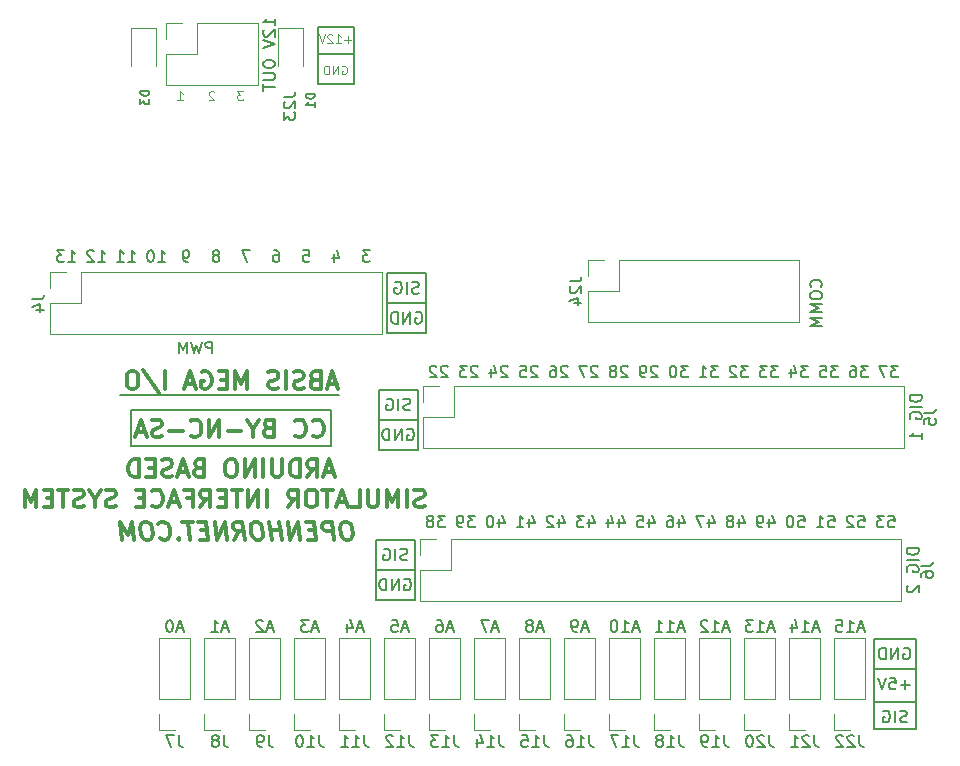
<source format=gbr>
G04 #@! TF.GenerationSoftware,KiCad,Pcbnew,(5.1.4)-1*
G04 #@! TF.CreationDate,2019-12-11T21:30:26-08:00*
G04 #@! TF.ProjectId,MEGA IO,4d454741-2049-44f2-9e6b-696361645f70,-*
G04 #@! TF.SameCoordinates,Original*
G04 #@! TF.FileFunction,Legend,Bot*
G04 #@! TF.FilePolarity,Positive*
%FSLAX46Y46*%
G04 Gerber Fmt 4.6, Leading zero omitted, Abs format (unit mm)*
G04 Created by KiCad (PCBNEW (5.1.4)-1) date 2019-12-11 21:30:26*
%MOMM*%
%LPD*%
G04 APERTURE LIST*
%ADD10C,0.300000*%
%ADD11C,0.125000*%
%ADD12C,0.150000*%
%ADD13C,0.120000*%
G04 APERTURE END LIST*
D10*
X143621057Y-96257371D02*
X143335342Y-96257371D01*
X143201414Y-96328800D01*
X143076414Y-96471657D01*
X143040700Y-96757371D01*
X143103200Y-97257371D01*
X143210342Y-97543085D01*
X143371057Y-97685942D01*
X143522842Y-97757371D01*
X143808557Y-97757371D01*
X143942485Y-97685942D01*
X144067485Y-97543085D01*
X144103200Y-97257371D01*
X144040700Y-96757371D01*
X143933557Y-96471657D01*
X143772842Y-96328800D01*
X143621057Y-96257371D01*
X142522842Y-97757371D02*
X142335342Y-96257371D01*
X141763914Y-96257371D01*
X141629985Y-96328800D01*
X141567485Y-96400228D01*
X141513914Y-96543085D01*
X141540700Y-96757371D01*
X141629985Y-96900228D01*
X141710342Y-96971657D01*
X141862128Y-97043085D01*
X142433557Y-97043085D01*
X140924628Y-96971657D02*
X140424628Y-96971657D01*
X140308557Y-97757371D02*
X141022842Y-97757371D01*
X140835342Y-96257371D01*
X140121057Y-96257371D01*
X139665700Y-97757371D02*
X139478200Y-96257371D01*
X138808557Y-97757371D01*
X138621057Y-96257371D01*
X138094271Y-97757371D02*
X137906771Y-96257371D01*
X137996057Y-96971657D02*
X137138914Y-96971657D01*
X137237128Y-97757371D02*
X137049628Y-96257371D01*
X136049628Y-96257371D02*
X135763914Y-96257371D01*
X135629985Y-96328800D01*
X135504985Y-96471657D01*
X135469271Y-96757371D01*
X135531771Y-97257371D01*
X135638914Y-97543085D01*
X135799628Y-97685942D01*
X135951414Y-97757371D01*
X136237128Y-97757371D01*
X136371057Y-97685942D01*
X136496057Y-97543085D01*
X136531771Y-97257371D01*
X136469271Y-96757371D01*
X136362128Y-96471657D01*
X136201414Y-96328800D01*
X136049628Y-96257371D01*
X134094271Y-97757371D02*
X134504985Y-97043085D01*
X134951414Y-97757371D02*
X134763914Y-96257371D01*
X134192485Y-96257371D01*
X134058557Y-96328800D01*
X133996057Y-96400228D01*
X133942485Y-96543085D01*
X133969271Y-96757371D01*
X134058557Y-96900228D01*
X134138914Y-96971657D01*
X134290700Y-97043085D01*
X134862128Y-97043085D01*
X133451414Y-97757371D02*
X133263914Y-96257371D01*
X132594271Y-97757371D01*
X132406771Y-96257371D01*
X131781771Y-96971657D02*
X131281771Y-96971657D01*
X131165700Y-97757371D02*
X131879985Y-97757371D01*
X131692485Y-96257371D01*
X130978200Y-96257371D01*
X130549628Y-96257371D02*
X129692485Y-96257371D01*
X130308557Y-97757371D02*
X130121057Y-96257371D01*
X129362128Y-97614514D02*
X129299628Y-97685942D01*
X129379985Y-97757371D01*
X129442485Y-97685942D01*
X129362128Y-97614514D01*
X129379985Y-97757371D01*
X127790700Y-97614514D02*
X127871057Y-97685942D01*
X128094271Y-97757371D01*
X128237128Y-97757371D01*
X128442485Y-97685942D01*
X128567485Y-97543085D01*
X128621057Y-97400228D01*
X128656771Y-97114514D01*
X128629985Y-96900228D01*
X128522842Y-96614514D01*
X128433557Y-96471657D01*
X128272842Y-96328800D01*
X128049628Y-96257371D01*
X127906771Y-96257371D01*
X127701414Y-96328800D01*
X127638914Y-96400228D01*
X126692485Y-96257371D02*
X126406771Y-96257371D01*
X126272842Y-96328800D01*
X126147842Y-96471657D01*
X126112128Y-96757371D01*
X126174628Y-97257371D01*
X126281771Y-97543085D01*
X126442485Y-97685942D01*
X126594271Y-97757371D01*
X126879985Y-97757371D01*
X127013914Y-97685942D01*
X127138914Y-97543085D01*
X127174628Y-97257371D01*
X127112128Y-96757371D01*
X127004985Y-96471657D01*
X126844271Y-96328800D01*
X126692485Y-96257371D01*
X125594271Y-97757371D02*
X125406771Y-96257371D01*
X125040700Y-97328800D01*
X124406771Y-96257371D01*
X124594271Y-97757371D01*
D11*
X134812607Y-59787285D02*
X134348321Y-59787285D01*
X134598321Y-60073000D01*
X134491178Y-60073000D01*
X134419750Y-60108714D01*
X134384035Y-60144428D01*
X134348321Y-60215857D01*
X134348321Y-60394428D01*
X134384035Y-60465857D01*
X134419750Y-60501571D01*
X134491178Y-60537285D01*
X134705464Y-60537285D01*
X134776892Y-60501571D01*
X134812607Y-60465857D01*
X132363892Y-59858714D02*
X132328178Y-59823000D01*
X132256750Y-59787285D01*
X132078178Y-59787285D01*
X132006750Y-59823000D01*
X131971035Y-59858714D01*
X131935321Y-59930142D01*
X131935321Y-60001571D01*
X131971035Y-60108714D01*
X132399607Y-60537285D01*
X131935321Y-60537285D01*
X129268321Y-60537285D02*
X129696892Y-60537285D01*
X129482607Y-60537285D02*
X129482607Y-59787285D01*
X129554035Y-59894428D01*
X129625464Y-59965857D01*
X129696892Y-60001571D01*
D12*
X141192000Y-56642000D02*
X141192000Y-54356000D01*
X144240000Y-54356000D02*
X141192000Y-54356000D01*
X141192000Y-56642000D02*
X144240000Y-56642000D01*
X141192000Y-59182000D02*
X141192000Y-56642000D01*
X144240000Y-59182000D02*
X141192000Y-59182000D01*
X144240000Y-54356000D02*
X144240000Y-59182000D01*
D11*
X143206321Y-57664000D02*
X143277750Y-57628285D01*
X143384892Y-57628285D01*
X143492035Y-57664000D01*
X143563464Y-57735428D01*
X143599178Y-57806857D01*
X143634892Y-57949714D01*
X143634892Y-58056857D01*
X143599178Y-58199714D01*
X143563464Y-58271142D01*
X143492035Y-58342571D01*
X143384892Y-58378285D01*
X143313464Y-58378285D01*
X143206321Y-58342571D01*
X143170607Y-58306857D01*
X143170607Y-58056857D01*
X143313464Y-58056857D01*
X142849178Y-58378285D02*
X142849178Y-57628285D01*
X142420607Y-58378285D01*
X142420607Y-57628285D01*
X142063464Y-58378285D02*
X142063464Y-57628285D01*
X141884892Y-57628285D01*
X141777750Y-57664000D01*
X141706321Y-57735428D01*
X141670607Y-57806857D01*
X141634892Y-57949714D01*
X141634892Y-58056857D01*
X141670607Y-58199714D01*
X141706321Y-58271142D01*
X141777750Y-58342571D01*
X141884892Y-58378285D01*
X142063464Y-58378285D01*
X143980178Y-55425571D02*
X143408750Y-55425571D01*
X143694464Y-55711285D02*
X143694464Y-55139857D01*
X142658750Y-55711285D02*
X143087321Y-55711285D01*
X142873035Y-55711285D02*
X142873035Y-54961285D01*
X142944464Y-55068428D01*
X143015892Y-55139857D01*
X143087321Y-55175571D01*
X142373035Y-55032714D02*
X142337321Y-54997000D01*
X142265892Y-54961285D01*
X142087321Y-54961285D01*
X142015892Y-54997000D01*
X141980178Y-55032714D01*
X141944464Y-55104142D01*
X141944464Y-55175571D01*
X141980178Y-55282714D01*
X142408750Y-55711285D01*
X141944464Y-55711285D01*
X141730178Y-54961285D02*
X141480178Y-55711285D01*
X141230178Y-54961285D01*
D12*
X124434600Y-85521800D02*
X142976600Y-85521800D01*
D10*
X142750857Y-84578000D02*
X142036571Y-84578000D01*
X142893714Y-85006571D02*
X142393714Y-83506571D01*
X141893714Y-85006571D01*
X140893714Y-84220857D02*
X140679428Y-84292285D01*
X140608000Y-84363714D01*
X140536571Y-84506571D01*
X140536571Y-84720857D01*
X140608000Y-84863714D01*
X140679428Y-84935142D01*
X140822285Y-85006571D01*
X141393714Y-85006571D01*
X141393714Y-83506571D01*
X140893714Y-83506571D01*
X140750857Y-83578000D01*
X140679428Y-83649428D01*
X140608000Y-83792285D01*
X140608000Y-83935142D01*
X140679428Y-84078000D01*
X140750857Y-84149428D01*
X140893714Y-84220857D01*
X141393714Y-84220857D01*
X139965142Y-84935142D02*
X139750857Y-85006571D01*
X139393714Y-85006571D01*
X139250857Y-84935142D01*
X139179428Y-84863714D01*
X139108000Y-84720857D01*
X139108000Y-84578000D01*
X139179428Y-84435142D01*
X139250857Y-84363714D01*
X139393714Y-84292285D01*
X139679428Y-84220857D01*
X139822285Y-84149428D01*
X139893714Y-84078000D01*
X139965142Y-83935142D01*
X139965142Y-83792285D01*
X139893714Y-83649428D01*
X139822285Y-83578000D01*
X139679428Y-83506571D01*
X139322285Y-83506571D01*
X139108000Y-83578000D01*
X138465142Y-85006571D02*
X138465142Y-83506571D01*
X137822285Y-84935142D02*
X137608000Y-85006571D01*
X137250857Y-85006571D01*
X137108000Y-84935142D01*
X137036571Y-84863714D01*
X136965142Y-84720857D01*
X136965142Y-84578000D01*
X137036571Y-84435142D01*
X137108000Y-84363714D01*
X137250857Y-84292285D01*
X137536571Y-84220857D01*
X137679428Y-84149428D01*
X137750857Y-84078000D01*
X137822285Y-83935142D01*
X137822285Y-83792285D01*
X137750857Y-83649428D01*
X137679428Y-83578000D01*
X137536571Y-83506571D01*
X137179428Y-83506571D01*
X136965142Y-83578000D01*
X135179428Y-85006571D02*
X135179428Y-83506571D01*
X134679428Y-84578000D01*
X134179428Y-83506571D01*
X134179428Y-85006571D01*
X133465142Y-84220857D02*
X132965142Y-84220857D01*
X132750857Y-85006571D02*
X133465142Y-85006571D01*
X133465142Y-83506571D01*
X132750857Y-83506571D01*
X131322285Y-83578000D02*
X131465142Y-83506571D01*
X131679428Y-83506571D01*
X131893714Y-83578000D01*
X132036571Y-83720857D01*
X132108000Y-83863714D01*
X132179428Y-84149428D01*
X132179428Y-84363714D01*
X132108000Y-84649428D01*
X132036571Y-84792285D01*
X131893714Y-84935142D01*
X131679428Y-85006571D01*
X131536571Y-85006571D01*
X131322285Y-84935142D01*
X131250857Y-84863714D01*
X131250857Y-84363714D01*
X131536571Y-84363714D01*
X130679428Y-84578000D02*
X129965142Y-84578000D01*
X130822285Y-85006571D02*
X130322285Y-83506571D01*
X129822285Y-85006571D01*
X128179428Y-85006571D02*
X128179428Y-83506571D01*
X126393714Y-83435142D02*
X127679428Y-85363714D01*
X125608000Y-83506571D02*
X125322285Y-83506571D01*
X125179428Y-83578000D01*
X125036571Y-83720857D01*
X124965142Y-84006571D01*
X124965142Y-84506571D01*
X125036571Y-84792285D01*
X125179428Y-84935142D01*
X125322285Y-85006571D01*
X125608000Y-85006571D01*
X125750857Y-84935142D01*
X125893714Y-84792285D01*
X125965142Y-84506571D01*
X125965142Y-84006571D01*
X125893714Y-83720857D01*
X125750857Y-83578000D01*
X125608000Y-83506571D01*
D12*
X142240000Y-89814400D02*
X142240000Y-86766400D01*
X125349000Y-86766400D02*
X125349000Y-89814400D01*
X142240000Y-86766400D02*
X125349000Y-86766400D01*
X125349000Y-89814400D02*
X142240000Y-89814400D01*
D10*
X140731000Y-88953114D02*
X140802428Y-89024542D01*
X141016714Y-89095971D01*
X141159571Y-89095971D01*
X141373857Y-89024542D01*
X141516714Y-88881685D01*
X141588142Y-88738828D01*
X141659571Y-88453114D01*
X141659571Y-88238828D01*
X141588142Y-87953114D01*
X141516714Y-87810257D01*
X141373857Y-87667400D01*
X141159571Y-87595971D01*
X141016714Y-87595971D01*
X140802428Y-87667400D01*
X140731000Y-87738828D01*
X139231000Y-88953114D02*
X139302428Y-89024542D01*
X139516714Y-89095971D01*
X139659571Y-89095971D01*
X139873857Y-89024542D01*
X140016714Y-88881685D01*
X140088142Y-88738828D01*
X140159571Y-88453114D01*
X140159571Y-88238828D01*
X140088142Y-87953114D01*
X140016714Y-87810257D01*
X139873857Y-87667400D01*
X139659571Y-87595971D01*
X139516714Y-87595971D01*
X139302428Y-87667400D01*
X139231000Y-87738828D01*
X136945285Y-88310257D02*
X136731000Y-88381685D01*
X136659571Y-88453114D01*
X136588142Y-88595971D01*
X136588142Y-88810257D01*
X136659571Y-88953114D01*
X136731000Y-89024542D01*
X136873857Y-89095971D01*
X137445285Y-89095971D01*
X137445285Y-87595971D01*
X136945285Y-87595971D01*
X136802428Y-87667400D01*
X136731000Y-87738828D01*
X136659571Y-87881685D01*
X136659571Y-88024542D01*
X136731000Y-88167400D01*
X136802428Y-88238828D01*
X136945285Y-88310257D01*
X137445285Y-88310257D01*
X135659571Y-88381685D02*
X135659571Y-89095971D01*
X136159571Y-87595971D02*
X135659571Y-88381685D01*
X135159571Y-87595971D01*
X134659571Y-88524542D02*
X133516714Y-88524542D01*
X132802428Y-89095971D02*
X132802428Y-87595971D01*
X131945285Y-89095971D01*
X131945285Y-87595971D01*
X130373857Y-88953114D02*
X130445285Y-89024542D01*
X130659571Y-89095971D01*
X130802428Y-89095971D01*
X131016714Y-89024542D01*
X131159571Y-88881685D01*
X131231000Y-88738828D01*
X131302428Y-88453114D01*
X131302428Y-88238828D01*
X131231000Y-87953114D01*
X131159571Y-87810257D01*
X131016714Y-87667400D01*
X130802428Y-87595971D01*
X130659571Y-87595971D01*
X130445285Y-87667400D01*
X130373857Y-87738828D01*
X129731000Y-88524542D02*
X128588142Y-88524542D01*
X127945285Y-89024542D02*
X127731000Y-89095971D01*
X127373857Y-89095971D01*
X127231000Y-89024542D01*
X127159571Y-88953114D01*
X127088142Y-88810257D01*
X127088142Y-88667400D01*
X127159571Y-88524542D01*
X127231000Y-88453114D01*
X127373857Y-88381685D01*
X127659571Y-88310257D01*
X127802428Y-88238828D01*
X127873857Y-88167400D01*
X127945285Y-88024542D01*
X127945285Y-87881685D01*
X127873857Y-87738828D01*
X127802428Y-87667400D01*
X127659571Y-87595971D01*
X127302428Y-87595971D01*
X127088142Y-87667400D01*
X126516714Y-88667400D02*
X125802428Y-88667400D01*
X126659571Y-89095971D02*
X126159571Y-87595971D01*
X125659571Y-89095971D01*
X142473000Y-92040600D02*
X141758714Y-92040600D01*
X142615857Y-92469171D02*
X142115857Y-90969171D01*
X141615857Y-92469171D01*
X140258714Y-92469171D02*
X140758714Y-91754885D01*
X141115857Y-92469171D02*
X141115857Y-90969171D01*
X140544428Y-90969171D01*
X140401571Y-91040600D01*
X140330142Y-91112028D01*
X140258714Y-91254885D01*
X140258714Y-91469171D01*
X140330142Y-91612028D01*
X140401571Y-91683457D01*
X140544428Y-91754885D01*
X141115857Y-91754885D01*
X139615857Y-92469171D02*
X139615857Y-90969171D01*
X139258714Y-90969171D01*
X139044428Y-91040600D01*
X138901571Y-91183457D01*
X138830142Y-91326314D01*
X138758714Y-91612028D01*
X138758714Y-91826314D01*
X138830142Y-92112028D01*
X138901571Y-92254885D01*
X139044428Y-92397742D01*
X139258714Y-92469171D01*
X139615857Y-92469171D01*
X138115857Y-90969171D02*
X138115857Y-92183457D01*
X138044428Y-92326314D01*
X137973000Y-92397742D01*
X137830142Y-92469171D01*
X137544428Y-92469171D01*
X137401571Y-92397742D01*
X137330142Y-92326314D01*
X137258714Y-92183457D01*
X137258714Y-90969171D01*
X136544428Y-92469171D02*
X136544428Y-90969171D01*
X135830142Y-92469171D02*
X135830142Y-90969171D01*
X134973000Y-92469171D01*
X134973000Y-90969171D01*
X133973000Y-90969171D02*
X133687285Y-90969171D01*
X133544428Y-91040600D01*
X133401571Y-91183457D01*
X133330142Y-91469171D01*
X133330142Y-91969171D01*
X133401571Y-92254885D01*
X133544428Y-92397742D01*
X133687285Y-92469171D01*
X133973000Y-92469171D01*
X134115857Y-92397742D01*
X134258714Y-92254885D01*
X134330142Y-91969171D01*
X134330142Y-91469171D01*
X134258714Y-91183457D01*
X134115857Y-91040600D01*
X133973000Y-90969171D01*
X131044428Y-91683457D02*
X130830142Y-91754885D01*
X130758714Y-91826314D01*
X130687285Y-91969171D01*
X130687285Y-92183457D01*
X130758714Y-92326314D01*
X130830142Y-92397742D01*
X130973000Y-92469171D01*
X131544428Y-92469171D01*
X131544428Y-90969171D01*
X131044428Y-90969171D01*
X130901571Y-91040600D01*
X130830142Y-91112028D01*
X130758714Y-91254885D01*
X130758714Y-91397742D01*
X130830142Y-91540600D01*
X130901571Y-91612028D01*
X131044428Y-91683457D01*
X131544428Y-91683457D01*
X130115857Y-92040600D02*
X129401571Y-92040600D01*
X130258714Y-92469171D02*
X129758714Y-90969171D01*
X129258714Y-92469171D01*
X128830142Y-92397742D02*
X128615857Y-92469171D01*
X128258714Y-92469171D01*
X128115857Y-92397742D01*
X128044428Y-92326314D01*
X127973000Y-92183457D01*
X127973000Y-92040600D01*
X128044428Y-91897742D01*
X128115857Y-91826314D01*
X128258714Y-91754885D01*
X128544428Y-91683457D01*
X128687285Y-91612028D01*
X128758714Y-91540600D01*
X128830142Y-91397742D01*
X128830142Y-91254885D01*
X128758714Y-91112028D01*
X128687285Y-91040600D01*
X128544428Y-90969171D01*
X128187285Y-90969171D01*
X127973000Y-91040600D01*
X127330142Y-91683457D02*
X126830142Y-91683457D01*
X126615857Y-92469171D02*
X127330142Y-92469171D01*
X127330142Y-90969171D01*
X126615857Y-90969171D01*
X125973000Y-92469171D02*
X125973000Y-90969171D01*
X125615857Y-90969171D01*
X125401571Y-91040600D01*
X125258714Y-91183457D01*
X125187285Y-91326314D01*
X125115857Y-91612028D01*
X125115857Y-91826314D01*
X125187285Y-92112028D01*
X125258714Y-92254885D01*
X125401571Y-92397742D01*
X125615857Y-92469171D01*
X125973000Y-92469171D01*
X150187285Y-94947742D02*
X149973000Y-95019171D01*
X149615857Y-95019171D01*
X149473000Y-94947742D01*
X149401571Y-94876314D01*
X149330142Y-94733457D01*
X149330142Y-94590600D01*
X149401571Y-94447742D01*
X149473000Y-94376314D01*
X149615857Y-94304885D01*
X149901571Y-94233457D01*
X150044428Y-94162028D01*
X150115857Y-94090600D01*
X150187285Y-93947742D01*
X150187285Y-93804885D01*
X150115857Y-93662028D01*
X150044428Y-93590600D01*
X149901571Y-93519171D01*
X149544428Y-93519171D01*
X149330142Y-93590600D01*
X148687285Y-95019171D02*
X148687285Y-93519171D01*
X147973000Y-95019171D02*
X147973000Y-93519171D01*
X147473000Y-94590600D01*
X146973000Y-93519171D01*
X146973000Y-95019171D01*
X146258714Y-93519171D02*
X146258714Y-94733457D01*
X146187285Y-94876314D01*
X146115857Y-94947742D01*
X145973000Y-95019171D01*
X145687285Y-95019171D01*
X145544428Y-94947742D01*
X145473000Y-94876314D01*
X145401571Y-94733457D01*
X145401571Y-93519171D01*
X143973000Y-95019171D02*
X144687285Y-95019171D01*
X144687285Y-93519171D01*
X143544428Y-94590600D02*
X142830142Y-94590600D01*
X143687285Y-95019171D02*
X143187285Y-93519171D01*
X142687285Y-95019171D01*
X142401571Y-93519171D02*
X141544428Y-93519171D01*
X141973000Y-95019171D02*
X141973000Y-93519171D01*
X140758714Y-93519171D02*
X140473000Y-93519171D01*
X140330142Y-93590600D01*
X140187285Y-93733457D01*
X140115857Y-94019171D01*
X140115857Y-94519171D01*
X140187285Y-94804885D01*
X140330142Y-94947742D01*
X140473000Y-95019171D01*
X140758714Y-95019171D01*
X140901571Y-94947742D01*
X141044428Y-94804885D01*
X141115857Y-94519171D01*
X141115857Y-94019171D01*
X141044428Y-93733457D01*
X140901571Y-93590600D01*
X140758714Y-93519171D01*
X138615857Y-95019171D02*
X139115857Y-94304885D01*
X139473000Y-95019171D02*
X139473000Y-93519171D01*
X138901571Y-93519171D01*
X138758714Y-93590600D01*
X138687285Y-93662028D01*
X138615857Y-93804885D01*
X138615857Y-94019171D01*
X138687285Y-94162028D01*
X138758714Y-94233457D01*
X138901571Y-94304885D01*
X139473000Y-94304885D01*
X136830142Y-95019171D02*
X136830142Y-93519171D01*
X136115857Y-95019171D02*
X136115857Y-93519171D01*
X135258714Y-95019171D01*
X135258714Y-93519171D01*
X134758714Y-93519171D02*
X133901571Y-93519171D01*
X134330142Y-95019171D02*
X134330142Y-93519171D01*
X133401571Y-94233457D02*
X132901571Y-94233457D01*
X132687285Y-95019171D02*
X133401571Y-95019171D01*
X133401571Y-93519171D01*
X132687285Y-93519171D01*
X131187285Y-95019171D02*
X131687285Y-94304885D01*
X132044428Y-95019171D02*
X132044428Y-93519171D01*
X131473000Y-93519171D01*
X131330142Y-93590600D01*
X131258714Y-93662028D01*
X131187285Y-93804885D01*
X131187285Y-94019171D01*
X131258714Y-94162028D01*
X131330142Y-94233457D01*
X131473000Y-94304885D01*
X132044428Y-94304885D01*
X130044428Y-94233457D02*
X130544428Y-94233457D01*
X130544428Y-95019171D02*
X130544428Y-93519171D01*
X129830142Y-93519171D01*
X129330142Y-94590600D02*
X128615857Y-94590600D01*
X129473000Y-95019171D02*
X128973000Y-93519171D01*
X128473000Y-95019171D01*
X127115857Y-94876314D02*
X127187285Y-94947742D01*
X127401571Y-95019171D01*
X127544428Y-95019171D01*
X127758714Y-94947742D01*
X127901571Y-94804885D01*
X127973000Y-94662028D01*
X128044428Y-94376314D01*
X128044428Y-94162028D01*
X127973000Y-93876314D01*
X127901571Y-93733457D01*
X127758714Y-93590600D01*
X127544428Y-93519171D01*
X127401571Y-93519171D01*
X127187285Y-93590600D01*
X127115857Y-93662028D01*
X126473000Y-94233457D02*
X125973000Y-94233457D01*
X125758714Y-95019171D02*
X126473000Y-95019171D01*
X126473000Y-93519171D01*
X125758714Y-93519171D01*
X124044428Y-94947742D02*
X123830142Y-95019171D01*
X123473000Y-95019171D01*
X123330142Y-94947742D01*
X123258714Y-94876314D01*
X123187285Y-94733457D01*
X123187285Y-94590600D01*
X123258714Y-94447742D01*
X123330142Y-94376314D01*
X123473000Y-94304885D01*
X123758714Y-94233457D01*
X123901571Y-94162028D01*
X123973000Y-94090600D01*
X124044428Y-93947742D01*
X124044428Y-93804885D01*
X123973000Y-93662028D01*
X123901571Y-93590600D01*
X123758714Y-93519171D01*
X123401571Y-93519171D01*
X123187285Y-93590600D01*
X122258714Y-94304885D02*
X122258714Y-95019171D01*
X122758714Y-93519171D02*
X122258714Y-94304885D01*
X121758714Y-93519171D01*
X121330142Y-94947742D02*
X121115857Y-95019171D01*
X120758714Y-95019171D01*
X120615857Y-94947742D01*
X120544428Y-94876314D01*
X120473000Y-94733457D01*
X120473000Y-94590600D01*
X120544428Y-94447742D01*
X120615857Y-94376314D01*
X120758714Y-94304885D01*
X121044428Y-94233457D01*
X121187285Y-94162028D01*
X121258714Y-94090600D01*
X121330142Y-93947742D01*
X121330142Y-93804885D01*
X121258714Y-93662028D01*
X121187285Y-93590600D01*
X121044428Y-93519171D01*
X120687285Y-93519171D01*
X120473000Y-93590600D01*
X120044428Y-93519171D02*
X119187285Y-93519171D01*
X119615857Y-95019171D02*
X119615857Y-93519171D01*
X118687285Y-94233457D02*
X118187285Y-94233457D01*
X117973000Y-95019171D02*
X118687285Y-95019171D01*
X118687285Y-93519171D01*
X117973000Y-93519171D01*
X117330142Y-95019171D02*
X117330142Y-93519171D01*
X116830142Y-94590600D01*
X116330142Y-93519171D01*
X116330142Y-95019171D01*
D12*
X120030476Y-74255380D02*
X120601904Y-74255380D01*
X120316190Y-74255380D02*
X120316190Y-73255380D01*
X120411428Y-73398238D01*
X120506666Y-73493476D01*
X120601904Y-73541095D01*
X119697142Y-73255380D02*
X119078095Y-73255380D01*
X119411428Y-73636333D01*
X119268571Y-73636333D01*
X119173333Y-73683952D01*
X119125714Y-73731571D01*
X119078095Y-73826809D01*
X119078095Y-74064904D01*
X119125714Y-74160142D01*
X119173333Y-74207761D01*
X119268571Y-74255380D01*
X119554285Y-74255380D01*
X119649523Y-74207761D01*
X119697142Y-74160142D01*
X125110476Y-74255380D02*
X125681904Y-74255380D01*
X125396190Y-74255380D02*
X125396190Y-73255380D01*
X125491428Y-73398238D01*
X125586666Y-73493476D01*
X125681904Y-73541095D01*
X124158095Y-74255380D02*
X124729523Y-74255380D01*
X124443809Y-74255380D02*
X124443809Y-73255380D01*
X124539047Y-73398238D01*
X124634285Y-73493476D01*
X124729523Y-73541095D01*
X122570476Y-74255380D02*
X123141904Y-74255380D01*
X122856190Y-74255380D02*
X122856190Y-73255380D01*
X122951428Y-73398238D01*
X123046666Y-73493476D01*
X123141904Y-73541095D01*
X122189523Y-73350619D02*
X122141904Y-73303000D01*
X122046666Y-73255380D01*
X121808571Y-73255380D01*
X121713333Y-73303000D01*
X121665714Y-73350619D01*
X121618095Y-73445857D01*
X121618095Y-73541095D01*
X121665714Y-73683952D01*
X122237142Y-74255380D01*
X121618095Y-74255380D01*
X127650476Y-74255380D02*
X128221904Y-74255380D01*
X127936190Y-74255380D02*
X127936190Y-73255380D01*
X128031428Y-73398238D01*
X128126666Y-73493476D01*
X128221904Y-73541095D01*
X127031428Y-73255380D02*
X126936190Y-73255380D01*
X126840952Y-73303000D01*
X126793333Y-73350619D01*
X126745714Y-73445857D01*
X126698095Y-73636333D01*
X126698095Y-73874428D01*
X126745714Y-74064904D01*
X126793333Y-74160142D01*
X126840952Y-74207761D01*
X126936190Y-74255380D01*
X127031428Y-74255380D01*
X127126666Y-74207761D01*
X127174285Y-74160142D01*
X127221904Y-74064904D01*
X127269523Y-73874428D01*
X127269523Y-73636333D01*
X127221904Y-73445857D01*
X127174285Y-73350619D01*
X127126666Y-73303000D01*
X127031428Y-73255380D01*
X139921904Y-73255380D02*
X140398095Y-73255380D01*
X140445714Y-73731571D01*
X140398095Y-73683952D01*
X140302857Y-73636333D01*
X140064761Y-73636333D01*
X139969523Y-73683952D01*
X139921904Y-73731571D01*
X139874285Y-73826809D01*
X139874285Y-74064904D01*
X139921904Y-74160142D01*
X139969523Y-74207761D01*
X140064761Y-74255380D01*
X140302857Y-74255380D01*
X140398095Y-74207761D01*
X140445714Y-74160142D01*
X135413333Y-73255380D02*
X134746666Y-73255380D01*
X135175238Y-74255380D01*
X137429523Y-73255380D02*
X137620000Y-73255380D01*
X137715238Y-73303000D01*
X137762857Y-73350619D01*
X137858095Y-73493476D01*
X137905714Y-73683952D01*
X137905714Y-74064904D01*
X137858095Y-74160142D01*
X137810476Y-74207761D01*
X137715238Y-74255380D01*
X137524761Y-74255380D01*
X137429523Y-74207761D01*
X137381904Y-74160142D01*
X137334285Y-74064904D01*
X137334285Y-73826809D01*
X137381904Y-73731571D01*
X137429523Y-73683952D01*
X137524761Y-73636333D01*
X137715238Y-73636333D01*
X137810476Y-73683952D01*
X137858095Y-73731571D01*
X137905714Y-73826809D01*
X130190476Y-74255380D02*
X130000000Y-74255380D01*
X129904761Y-74207761D01*
X129857142Y-74160142D01*
X129761904Y-74017285D01*
X129714285Y-73826809D01*
X129714285Y-73445857D01*
X129761904Y-73350619D01*
X129809523Y-73303000D01*
X129904761Y-73255380D01*
X130095238Y-73255380D01*
X130190476Y-73303000D01*
X130238095Y-73350619D01*
X130285714Y-73445857D01*
X130285714Y-73683952D01*
X130238095Y-73779190D01*
X130190476Y-73826809D01*
X130095238Y-73874428D01*
X129904761Y-73874428D01*
X129809523Y-73826809D01*
X129761904Y-73779190D01*
X129714285Y-73683952D01*
X132635238Y-73683952D02*
X132730476Y-73636333D01*
X132778095Y-73588714D01*
X132825714Y-73493476D01*
X132825714Y-73445857D01*
X132778095Y-73350619D01*
X132730476Y-73303000D01*
X132635238Y-73255380D01*
X132444761Y-73255380D01*
X132349523Y-73303000D01*
X132301904Y-73350619D01*
X132254285Y-73445857D01*
X132254285Y-73493476D01*
X132301904Y-73588714D01*
X132349523Y-73636333D01*
X132444761Y-73683952D01*
X132635238Y-73683952D01*
X132730476Y-73731571D01*
X132778095Y-73779190D01*
X132825714Y-73874428D01*
X132825714Y-74064904D01*
X132778095Y-74160142D01*
X132730476Y-74207761D01*
X132635238Y-74255380D01*
X132444761Y-74255380D01*
X132349523Y-74207761D01*
X132301904Y-74160142D01*
X132254285Y-74064904D01*
X132254285Y-73874428D01*
X132301904Y-73779190D01*
X132349523Y-73731571D01*
X132444761Y-73683952D01*
X142509523Y-73588714D02*
X142509523Y-74255380D01*
X142747619Y-73207761D02*
X142985714Y-73922047D01*
X142366666Y-73922047D01*
X145573333Y-73255380D02*
X144954285Y-73255380D01*
X145287619Y-73636333D01*
X145144761Y-73636333D01*
X145049523Y-73683952D01*
X145001904Y-73731571D01*
X144954285Y-73826809D01*
X144954285Y-74064904D01*
X145001904Y-74160142D01*
X145049523Y-74207761D01*
X145144761Y-74255380D01*
X145430476Y-74255380D01*
X145525714Y-74207761D01*
X145573333Y-74160142D01*
X147018000Y-80280000D02*
X150320000Y-80280000D01*
X150320000Y-77740000D02*
X147018000Y-77740000D01*
X149430904Y-78510000D02*
X149526142Y-78462380D01*
X149669000Y-78462380D01*
X149811857Y-78510000D01*
X149907095Y-78605238D01*
X149954714Y-78700476D01*
X150002333Y-78890952D01*
X150002333Y-79033809D01*
X149954714Y-79224285D01*
X149907095Y-79319523D01*
X149811857Y-79414761D01*
X149669000Y-79462380D01*
X149573761Y-79462380D01*
X149430904Y-79414761D01*
X149383285Y-79367142D01*
X149383285Y-79033809D01*
X149573761Y-79033809D01*
X148954714Y-79462380D02*
X148954714Y-78462380D01*
X148383285Y-79462380D01*
X148383285Y-78462380D01*
X147907095Y-79462380D02*
X147907095Y-78462380D01*
X147669000Y-78462380D01*
X147526142Y-78510000D01*
X147430904Y-78605238D01*
X147383285Y-78700476D01*
X147335666Y-78890952D01*
X147335666Y-79033809D01*
X147383285Y-79224285D01*
X147430904Y-79319523D01*
X147526142Y-79414761D01*
X147669000Y-79462380D01*
X147907095Y-79462380D01*
X147018000Y-80280000D02*
X147018000Y-75200000D01*
X150320000Y-75200000D02*
X147018000Y-75200000D01*
X150320000Y-75200000D02*
X150320000Y-80280000D01*
X149692809Y-76874761D02*
X149549952Y-76922380D01*
X149311857Y-76922380D01*
X149216619Y-76874761D01*
X149169000Y-76827142D01*
X149121380Y-76731904D01*
X149121380Y-76636666D01*
X149169000Y-76541428D01*
X149216619Y-76493809D01*
X149311857Y-76446190D01*
X149502333Y-76398571D01*
X149597571Y-76350952D01*
X149645190Y-76303333D01*
X149692809Y-76208095D01*
X149692809Y-76112857D01*
X149645190Y-76017619D01*
X149597571Y-75970000D01*
X149502333Y-75922380D01*
X149264238Y-75922380D01*
X149121380Y-75970000D01*
X148692809Y-76922380D02*
X148692809Y-75922380D01*
X147692809Y-75970000D02*
X147788047Y-75922380D01*
X147930904Y-75922380D01*
X148073761Y-75970000D01*
X148169000Y-76065238D01*
X148216619Y-76160476D01*
X148264238Y-76350952D01*
X148264238Y-76493809D01*
X148216619Y-76684285D01*
X148169000Y-76779523D01*
X148073761Y-76874761D01*
X147930904Y-76922380D01*
X147835666Y-76922380D01*
X147692809Y-76874761D01*
X147645190Y-76827142D01*
X147645190Y-76493809D01*
X147835666Y-76493809D01*
X182673523Y-83018380D02*
X182054476Y-83018380D01*
X182387809Y-83399333D01*
X182244952Y-83399333D01*
X182149714Y-83446952D01*
X182102095Y-83494571D01*
X182054476Y-83589809D01*
X182054476Y-83827904D01*
X182102095Y-83923142D01*
X182149714Y-83970761D01*
X182244952Y-84018380D01*
X182530666Y-84018380D01*
X182625904Y-83970761D01*
X182673523Y-83923142D01*
X181197333Y-83351714D02*
X181197333Y-84018380D01*
X181435428Y-82970761D02*
X181673523Y-83685047D01*
X181054476Y-83685047D01*
X180133523Y-83018380D02*
X179514476Y-83018380D01*
X179847809Y-83399333D01*
X179704952Y-83399333D01*
X179609714Y-83446952D01*
X179562095Y-83494571D01*
X179514476Y-83589809D01*
X179514476Y-83827904D01*
X179562095Y-83923142D01*
X179609714Y-83970761D01*
X179704952Y-84018380D01*
X179990666Y-84018380D01*
X180085904Y-83970761D01*
X180133523Y-83923142D01*
X179181142Y-83018380D02*
X178562095Y-83018380D01*
X178895428Y-83399333D01*
X178752571Y-83399333D01*
X178657333Y-83446952D01*
X178609714Y-83494571D01*
X178562095Y-83589809D01*
X178562095Y-83827904D01*
X178609714Y-83923142D01*
X178657333Y-83970761D01*
X178752571Y-84018380D01*
X179038285Y-84018380D01*
X179133523Y-83970761D01*
X179181142Y-83923142D01*
X177593523Y-83018380D02*
X176974476Y-83018380D01*
X177307809Y-83399333D01*
X177164952Y-83399333D01*
X177069714Y-83446952D01*
X177022095Y-83494571D01*
X176974476Y-83589809D01*
X176974476Y-83827904D01*
X177022095Y-83923142D01*
X177069714Y-83970761D01*
X177164952Y-84018380D01*
X177450666Y-84018380D01*
X177545904Y-83970761D01*
X177593523Y-83923142D01*
X176593523Y-83113619D02*
X176545904Y-83066000D01*
X176450666Y-83018380D01*
X176212571Y-83018380D01*
X176117333Y-83066000D01*
X176069714Y-83113619D01*
X176022095Y-83208857D01*
X176022095Y-83304095D01*
X176069714Y-83446952D01*
X176641142Y-84018380D01*
X176022095Y-84018380D01*
X175053523Y-83018380D02*
X174434476Y-83018380D01*
X174767809Y-83399333D01*
X174624952Y-83399333D01*
X174529714Y-83446952D01*
X174482095Y-83494571D01*
X174434476Y-83589809D01*
X174434476Y-83827904D01*
X174482095Y-83923142D01*
X174529714Y-83970761D01*
X174624952Y-84018380D01*
X174910666Y-84018380D01*
X175005904Y-83970761D01*
X175053523Y-83923142D01*
X173482095Y-84018380D02*
X174053523Y-84018380D01*
X173767809Y-84018380D02*
X173767809Y-83018380D01*
X173863047Y-83161238D01*
X173958285Y-83256476D01*
X174053523Y-83304095D01*
X172513523Y-83018380D02*
X171894476Y-83018380D01*
X172227809Y-83399333D01*
X172084952Y-83399333D01*
X171989714Y-83446952D01*
X171942095Y-83494571D01*
X171894476Y-83589809D01*
X171894476Y-83827904D01*
X171942095Y-83923142D01*
X171989714Y-83970761D01*
X172084952Y-84018380D01*
X172370666Y-84018380D01*
X172465904Y-83970761D01*
X172513523Y-83923142D01*
X171275428Y-83018380D02*
X171180190Y-83018380D01*
X171084952Y-83066000D01*
X171037333Y-83113619D01*
X170989714Y-83208857D01*
X170942095Y-83399333D01*
X170942095Y-83637428D01*
X170989714Y-83827904D01*
X171037333Y-83923142D01*
X171084952Y-83970761D01*
X171180190Y-84018380D01*
X171275428Y-84018380D01*
X171370666Y-83970761D01*
X171418285Y-83923142D01*
X171465904Y-83827904D01*
X171513523Y-83637428D01*
X171513523Y-83399333D01*
X171465904Y-83208857D01*
X171418285Y-83113619D01*
X171370666Y-83066000D01*
X171275428Y-83018380D01*
X162305904Y-83113619D02*
X162258285Y-83066000D01*
X162163047Y-83018380D01*
X161924952Y-83018380D01*
X161829714Y-83066000D01*
X161782095Y-83113619D01*
X161734476Y-83208857D01*
X161734476Y-83304095D01*
X161782095Y-83446952D01*
X162353523Y-84018380D01*
X161734476Y-84018380D01*
X160877333Y-83018380D02*
X161067809Y-83018380D01*
X161163047Y-83066000D01*
X161210666Y-83113619D01*
X161305904Y-83256476D01*
X161353523Y-83446952D01*
X161353523Y-83827904D01*
X161305904Y-83923142D01*
X161258285Y-83970761D01*
X161163047Y-84018380D01*
X160972571Y-84018380D01*
X160877333Y-83970761D01*
X160829714Y-83923142D01*
X160782095Y-83827904D01*
X160782095Y-83589809D01*
X160829714Y-83494571D01*
X160877333Y-83446952D01*
X160972571Y-83399333D01*
X161163047Y-83399333D01*
X161258285Y-83446952D01*
X161305904Y-83494571D01*
X161353523Y-83589809D01*
X159765904Y-83113619D02*
X159718285Y-83066000D01*
X159623047Y-83018380D01*
X159384952Y-83018380D01*
X159289714Y-83066000D01*
X159242095Y-83113619D01*
X159194476Y-83208857D01*
X159194476Y-83304095D01*
X159242095Y-83446952D01*
X159813523Y-84018380D01*
X159194476Y-84018380D01*
X158289714Y-83018380D02*
X158765904Y-83018380D01*
X158813523Y-83494571D01*
X158765904Y-83446952D01*
X158670666Y-83399333D01*
X158432571Y-83399333D01*
X158337333Y-83446952D01*
X158289714Y-83494571D01*
X158242095Y-83589809D01*
X158242095Y-83827904D01*
X158289714Y-83923142D01*
X158337333Y-83970761D01*
X158432571Y-84018380D01*
X158670666Y-84018380D01*
X158765904Y-83970761D01*
X158813523Y-83923142D01*
X169925904Y-83113619D02*
X169878285Y-83066000D01*
X169783047Y-83018380D01*
X169544952Y-83018380D01*
X169449714Y-83066000D01*
X169402095Y-83113619D01*
X169354476Y-83208857D01*
X169354476Y-83304095D01*
X169402095Y-83446952D01*
X169973523Y-84018380D01*
X169354476Y-84018380D01*
X168878285Y-84018380D02*
X168687809Y-84018380D01*
X168592571Y-83970761D01*
X168544952Y-83923142D01*
X168449714Y-83780285D01*
X168402095Y-83589809D01*
X168402095Y-83208857D01*
X168449714Y-83113619D01*
X168497333Y-83066000D01*
X168592571Y-83018380D01*
X168783047Y-83018380D01*
X168878285Y-83066000D01*
X168925904Y-83113619D01*
X168973523Y-83208857D01*
X168973523Y-83446952D01*
X168925904Y-83542190D01*
X168878285Y-83589809D01*
X168783047Y-83637428D01*
X168592571Y-83637428D01*
X168497333Y-83589809D01*
X168449714Y-83542190D01*
X168402095Y-83446952D01*
X167385904Y-83113619D02*
X167338285Y-83066000D01*
X167243047Y-83018380D01*
X167004952Y-83018380D01*
X166909714Y-83066000D01*
X166862095Y-83113619D01*
X166814476Y-83208857D01*
X166814476Y-83304095D01*
X166862095Y-83446952D01*
X167433523Y-84018380D01*
X166814476Y-84018380D01*
X166243047Y-83446952D02*
X166338285Y-83399333D01*
X166385904Y-83351714D01*
X166433523Y-83256476D01*
X166433523Y-83208857D01*
X166385904Y-83113619D01*
X166338285Y-83066000D01*
X166243047Y-83018380D01*
X166052571Y-83018380D01*
X165957333Y-83066000D01*
X165909714Y-83113619D01*
X165862095Y-83208857D01*
X165862095Y-83256476D01*
X165909714Y-83351714D01*
X165957333Y-83399333D01*
X166052571Y-83446952D01*
X166243047Y-83446952D01*
X166338285Y-83494571D01*
X166385904Y-83542190D01*
X166433523Y-83637428D01*
X166433523Y-83827904D01*
X166385904Y-83923142D01*
X166338285Y-83970761D01*
X166243047Y-84018380D01*
X166052571Y-84018380D01*
X165957333Y-83970761D01*
X165909714Y-83923142D01*
X165862095Y-83827904D01*
X165862095Y-83637428D01*
X165909714Y-83542190D01*
X165957333Y-83494571D01*
X166052571Y-83446952D01*
X164845904Y-83113619D02*
X164798285Y-83066000D01*
X164703047Y-83018380D01*
X164464952Y-83018380D01*
X164369714Y-83066000D01*
X164322095Y-83113619D01*
X164274476Y-83208857D01*
X164274476Y-83304095D01*
X164322095Y-83446952D01*
X164893523Y-84018380D01*
X164274476Y-84018380D01*
X163941142Y-83018380D02*
X163274476Y-83018380D01*
X163703047Y-84018380D01*
X190293523Y-83018380D02*
X189674476Y-83018380D01*
X190007809Y-83399333D01*
X189864952Y-83399333D01*
X189769714Y-83446952D01*
X189722095Y-83494571D01*
X189674476Y-83589809D01*
X189674476Y-83827904D01*
X189722095Y-83923142D01*
X189769714Y-83970761D01*
X189864952Y-84018380D01*
X190150666Y-84018380D01*
X190245904Y-83970761D01*
X190293523Y-83923142D01*
X189341142Y-83018380D02*
X188674476Y-83018380D01*
X189103047Y-84018380D01*
X187753523Y-83018380D02*
X187134476Y-83018380D01*
X187467809Y-83399333D01*
X187324952Y-83399333D01*
X187229714Y-83446952D01*
X187182095Y-83494571D01*
X187134476Y-83589809D01*
X187134476Y-83827904D01*
X187182095Y-83923142D01*
X187229714Y-83970761D01*
X187324952Y-84018380D01*
X187610666Y-84018380D01*
X187705904Y-83970761D01*
X187753523Y-83923142D01*
X186277333Y-83018380D02*
X186467809Y-83018380D01*
X186563047Y-83066000D01*
X186610666Y-83113619D01*
X186705904Y-83256476D01*
X186753523Y-83446952D01*
X186753523Y-83827904D01*
X186705904Y-83923142D01*
X186658285Y-83970761D01*
X186563047Y-84018380D01*
X186372571Y-84018380D01*
X186277333Y-83970761D01*
X186229714Y-83923142D01*
X186182095Y-83827904D01*
X186182095Y-83589809D01*
X186229714Y-83494571D01*
X186277333Y-83446952D01*
X186372571Y-83399333D01*
X186563047Y-83399333D01*
X186658285Y-83446952D01*
X186705904Y-83494571D01*
X186753523Y-83589809D01*
X185213523Y-83018380D02*
X184594476Y-83018380D01*
X184927809Y-83399333D01*
X184784952Y-83399333D01*
X184689714Y-83446952D01*
X184642095Y-83494571D01*
X184594476Y-83589809D01*
X184594476Y-83827904D01*
X184642095Y-83923142D01*
X184689714Y-83970761D01*
X184784952Y-84018380D01*
X185070666Y-84018380D01*
X185165904Y-83970761D01*
X185213523Y-83923142D01*
X183689714Y-83018380D02*
X184165904Y-83018380D01*
X184213523Y-83494571D01*
X184165904Y-83446952D01*
X184070666Y-83399333D01*
X183832571Y-83399333D01*
X183737333Y-83446952D01*
X183689714Y-83494571D01*
X183642095Y-83589809D01*
X183642095Y-83827904D01*
X183689714Y-83923142D01*
X183737333Y-83970761D01*
X183832571Y-84018380D01*
X184070666Y-84018380D01*
X184165904Y-83970761D01*
X184213523Y-83923142D01*
X157225904Y-83113619D02*
X157178285Y-83066000D01*
X157083047Y-83018380D01*
X156844952Y-83018380D01*
X156749714Y-83066000D01*
X156702095Y-83113619D01*
X156654476Y-83208857D01*
X156654476Y-83304095D01*
X156702095Y-83446952D01*
X157273523Y-84018380D01*
X156654476Y-84018380D01*
X155797333Y-83351714D02*
X155797333Y-84018380D01*
X156035428Y-82970761D02*
X156273523Y-83685047D01*
X155654476Y-83685047D01*
X154685904Y-83113619D02*
X154638285Y-83066000D01*
X154543047Y-83018380D01*
X154304952Y-83018380D01*
X154209714Y-83066000D01*
X154162095Y-83113619D01*
X154114476Y-83208857D01*
X154114476Y-83304095D01*
X154162095Y-83446952D01*
X154733523Y-84018380D01*
X154114476Y-84018380D01*
X153781142Y-83018380D02*
X153162095Y-83018380D01*
X153495428Y-83399333D01*
X153352571Y-83399333D01*
X153257333Y-83446952D01*
X153209714Y-83494571D01*
X153162095Y-83589809D01*
X153162095Y-83827904D01*
X153209714Y-83923142D01*
X153257333Y-83970761D01*
X153352571Y-84018380D01*
X153638285Y-84018380D01*
X153733523Y-83970761D01*
X153781142Y-83923142D01*
X152145904Y-83113619D02*
X152098285Y-83066000D01*
X152003047Y-83018380D01*
X151764952Y-83018380D01*
X151669714Y-83066000D01*
X151622095Y-83113619D01*
X151574476Y-83208857D01*
X151574476Y-83304095D01*
X151622095Y-83446952D01*
X152193523Y-84018380D01*
X151574476Y-84018380D01*
X151193523Y-83113619D02*
X151145904Y-83066000D01*
X151050666Y-83018380D01*
X150812571Y-83018380D01*
X150717333Y-83066000D01*
X150669714Y-83113619D01*
X150622095Y-83208857D01*
X150622095Y-83304095D01*
X150669714Y-83446952D01*
X151241142Y-84018380D01*
X150622095Y-84018380D01*
X146304000Y-90170000D02*
X146304000Y-85090000D01*
X146304000Y-90170000D02*
X149606000Y-90170000D01*
X149606000Y-85090000D02*
X149606000Y-90170000D01*
X149606000Y-87630000D02*
X146304000Y-87630000D01*
X149606000Y-85090000D02*
X146304000Y-85090000D01*
X148978809Y-86764761D02*
X148835952Y-86812380D01*
X148597857Y-86812380D01*
X148502619Y-86764761D01*
X148455000Y-86717142D01*
X148407380Y-86621904D01*
X148407380Y-86526666D01*
X148455000Y-86431428D01*
X148502619Y-86383809D01*
X148597857Y-86336190D01*
X148788333Y-86288571D01*
X148883571Y-86240952D01*
X148931190Y-86193333D01*
X148978809Y-86098095D01*
X148978809Y-86002857D01*
X148931190Y-85907619D01*
X148883571Y-85860000D01*
X148788333Y-85812380D01*
X148550238Y-85812380D01*
X148407380Y-85860000D01*
X147978809Y-86812380D02*
X147978809Y-85812380D01*
X146978809Y-85860000D02*
X147074047Y-85812380D01*
X147216904Y-85812380D01*
X147359761Y-85860000D01*
X147455000Y-85955238D01*
X147502619Y-86050476D01*
X147550238Y-86240952D01*
X147550238Y-86383809D01*
X147502619Y-86574285D01*
X147455000Y-86669523D01*
X147359761Y-86764761D01*
X147216904Y-86812380D01*
X147121666Y-86812380D01*
X146978809Y-86764761D01*
X146931190Y-86717142D01*
X146931190Y-86383809D01*
X147121666Y-86383809D01*
X148716904Y-88400000D02*
X148812142Y-88352380D01*
X148955000Y-88352380D01*
X149097857Y-88400000D01*
X149193095Y-88495238D01*
X149240714Y-88590476D01*
X149288333Y-88780952D01*
X149288333Y-88923809D01*
X149240714Y-89114285D01*
X149193095Y-89209523D01*
X149097857Y-89304761D01*
X148955000Y-89352380D01*
X148859761Y-89352380D01*
X148716904Y-89304761D01*
X148669285Y-89257142D01*
X148669285Y-88923809D01*
X148859761Y-88923809D01*
X148240714Y-89352380D02*
X148240714Y-88352380D01*
X147669285Y-89352380D01*
X147669285Y-88352380D01*
X147193095Y-89352380D02*
X147193095Y-88352380D01*
X146955000Y-88352380D01*
X146812142Y-88400000D01*
X146716904Y-88495238D01*
X146669285Y-88590476D01*
X146621666Y-88780952D01*
X146621666Y-88923809D01*
X146669285Y-89114285D01*
X146716904Y-89209523D01*
X146812142Y-89304761D01*
X146955000Y-89352380D01*
X147193095Y-89352380D01*
X149352000Y-100330000D02*
X146050000Y-100330000D01*
X149352000Y-97790000D02*
X149352000Y-102870000D01*
X146050000Y-102870000D02*
X149352000Y-102870000D01*
X146050000Y-102870000D02*
X146050000Y-97790000D01*
X149352000Y-97790000D02*
X146050000Y-97790000D01*
X148462904Y-101100000D02*
X148558142Y-101052380D01*
X148701000Y-101052380D01*
X148843857Y-101100000D01*
X148939095Y-101195238D01*
X148986714Y-101290476D01*
X149034333Y-101480952D01*
X149034333Y-101623809D01*
X148986714Y-101814285D01*
X148939095Y-101909523D01*
X148843857Y-102004761D01*
X148701000Y-102052380D01*
X148605761Y-102052380D01*
X148462904Y-102004761D01*
X148415285Y-101957142D01*
X148415285Y-101623809D01*
X148605761Y-101623809D01*
X147986714Y-102052380D02*
X147986714Y-101052380D01*
X147415285Y-102052380D01*
X147415285Y-101052380D01*
X146939095Y-102052380D02*
X146939095Y-101052380D01*
X146701000Y-101052380D01*
X146558142Y-101100000D01*
X146462904Y-101195238D01*
X146415285Y-101290476D01*
X146367666Y-101480952D01*
X146367666Y-101623809D01*
X146415285Y-101814285D01*
X146462904Y-101909523D01*
X146558142Y-102004761D01*
X146701000Y-102052380D01*
X146939095Y-102052380D01*
X148724809Y-99464761D02*
X148581952Y-99512380D01*
X148343857Y-99512380D01*
X148248619Y-99464761D01*
X148201000Y-99417142D01*
X148153380Y-99321904D01*
X148153380Y-99226666D01*
X148201000Y-99131428D01*
X148248619Y-99083809D01*
X148343857Y-99036190D01*
X148534333Y-98988571D01*
X148629571Y-98940952D01*
X148677190Y-98893333D01*
X148724809Y-98798095D01*
X148724809Y-98702857D01*
X148677190Y-98607619D01*
X148629571Y-98560000D01*
X148534333Y-98512380D01*
X148296238Y-98512380D01*
X148153380Y-98560000D01*
X147724809Y-99512380D02*
X147724809Y-98512380D01*
X146724809Y-98560000D02*
X146820047Y-98512380D01*
X146962904Y-98512380D01*
X147105761Y-98560000D01*
X147201000Y-98655238D01*
X147248619Y-98750476D01*
X147296238Y-98940952D01*
X147296238Y-99083809D01*
X147248619Y-99274285D01*
X147201000Y-99369523D01*
X147105761Y-99464761D01*
X146962904Y-99512380D01*
X146867666Y-99512380D01*
X146724809Y-99464761D01*
X146677190Y-99417142D01*
X146677190Y-99083809D01*
X146867666Y-99083809D01*
X189468095Y-95718380D02*
X189944285Y-95718380D01*
X189991904Y-96194571D01*
X189944285Y-96146952D01*
X189849047Y-96099333D01*
X189610952Y-96099333D01*
X189515714Y-96146952D01*
X189468095Y-96194571D01*
X189420476Y-96289809D01*
X189420476Y-96527904D01*
X189468095Y-96623142D01*
X189515714Y-96670761D01*
X189610952Y-96718380D01*
X189849047Y-96718380D01*
X189944285Y-96670761D01*
X189991904Y-96623142D01*
X189087142Y-95718380D02*
X188468095Y-95718380D01*
X188801428Y-96099333D01*
X188658571Y-96099333D01*
X188563333Y-96146952D01*
X188515714Y-96194571D01*
X188468095Y-96289809D01*
X188468095Y-96527904D01*
X188515714Y-96623142D01*
X188563333Y-96670761D01*
X188658571Y-96718380D01*
X188944285Y-96718380D01*
X189039523Y-96670761D01*
X189087142Y-96623142D01*
X186928095Y-95718380D02*
X187404285Y-95718380D01*
X187451904Y-96194571D01*
X187404285Y-96146952D01*
X187309047Y-96099333D01*
X187070952Y-96099333D01*
X186975714Y-96146952D01*
X186928095Y-96194571D01*
X186880476Y-96289809D01*
X186880476Y-96527904D01*
X186928095Y-96623142D01*
X186975714Y-96670761D01*
X187070952Y-96718380D01*
X187309047Y-96718380D01*
X187404285Y-96670761D01*
X187451904Y-96623142D01*
X186499523Y-95813619D02*
X186451904Y-95766000D01*
X186356666Y-95718380D01*
X186118571Y-95718380D01*
X186023333Y-95766000D01*
X185975714Y-95813619D01*
X185928095Y-95908857D01*
X185928095Y-96004095D01*
X185975714Y-96146952D01*
X186547142Y-96718380D01*
X185928095Y-96718380D01*
X184388095Y-95718380D02*
X184864285Y-95718380D01*
X184911904Y-96194571D01*
X184864285Y-96146952D01*
X184769047Y-96099333D01*
X184530952Y-96099333D01*
X184435714Y-96146952D01*
X184388095Y-96194571D01*
X184340476Y-96289809D01*
X184340476Y-96527904D01*
X184388095Y-96623142D01*
X184435714Y-96670761D01*
X184530952Y-96718380D01*
X184769047Y-96718380D01*
X184864285Y-96670761D01*
X184911904Y-96623142D01*
X183388095Y-96718380D02*
X183959523Y-96718380D01*
X183673809Y-96718380D02*
X183673809Y-95718380D01*
X183769047Y-95861238D01*
X183864285Y-95956476D01*
X183959523Y-96004095D01*
X181848095Y-95718380D02*
X182324285Y-95718380D01*
X182371904Y-96194571D01*
X182324285Y-96146952D01*
X182229047Y-96099333D01*
X181990952Y-96099333D01*
X181895714Y-96146952D01*
X181848095Y-96194571D01*
X181800476Y-96289809D01*
X181800476Y-96527904D01*
X181848095Y-96623142D01*
X181895714Y-96670761D01*
X181990952Y-96718380D01*
X182229047Y-96718380D01*
X182324285Y-96670761D01*
X182371904Y-96623142D01*
X181181428Y-95718380D02*
X181086190Y-95718380D01*
X180990952Y-95766000D01*
X180943333Y-95813619D01*
X180895714Y-95908857D01*
X180848095Y-96099333D01*
X180848095Y-96337428D01*
X180895714Y-96527904D01*
X180943333Y-96623142D01*
X180990952Y-96670761D01*
X181086190Y-96718380D01*
X181181428Y-96718380D01*
X181276666Y-96670761D01*
X181324285Y-96623142D01*
X181371904Y-96527904D01*
X181419523Y-96337428D01*
X181419523Y-96099333D01*
X181371904Y-95908857D01*
X181324285Y-95813619D01*
X181276666Y-95766000D01*
X181181428Y-95718380D01*
X179355714Y-96051714D02*
X179355714Y-96718380D01*
X179593809Y-95670761D02*
X179831904Y-96385047D01*
X179212857Y-96385047D01*
X178784285Y-96718380D02*
X178593809Y-96718380D01*
X178498571Y-96670761D01*
X178450952Y-96623142D01*
X178355714Y-96480285D01*
X178308095Y-96289809D01*
X178308095Y-95908857D01*
X178355714Y-95813619D01*
X178403333Y-95766000D01*
X178498571Y-95718380D01*
X178689047Y-95718380D01*
X178784285Y-95766000D01*
X178831904Y-95813619D01*
X178879523Y-95908857D01*
X178879523Y-96146952D01*
X178831904Y-96242190D01*
X178784285Y-96289809D01*
X178689047Y-96337428D01*
X178498571Y-96337428D01*
X178403333Y-96289809D01*
X178355714Y-96242190D01*
X178308095Y-96146952D01*
X176815714Y-96051714D02*
X176815714Y-96718380D01*
X177053809Y-95670761D02*
X177291904Y-96385047D01*
X176672857Y-96385047D01*
X176149047Y-96146952D02*
X176244285Y-96099333D01*
X176291904Y-96051714D01*
X176339523Y-95956476D01*
X176339523Y-95908857D01*
X176291904Y-95813619D01*
X176244285Y-95766000D01*
X176149047Y-95718380D01*
X175958571Y-95718380D01*
X175863333Y-95766000D01*
X175815714Y-95813619D01*
X175768095Y-95908857D01*
X175768095Y-95956476D01*
X175815714Y-96051714D01*
X175863333Y-96099333D01*
X175958571Y-96146952D01*
X176149047Y-96146952D01*
X176244285Y-96194571D01*
X176291904Y-96242190D01*
X176339523Y-96337428D01*
X176339523Y-96527904D01*
X176291904Y-96623142D01*
X176244285Y-96670761D01*
X176149047Y-96718380D01*
X175958571Y-96718380D01*
X175863333Y-96670761D01*
X175815714Y-96623142D01*
X175768095Y-96527904D01*
X175768095Y-96337428D01*
X175815714Y-96242190D01*
X175863333Y-96194571D01*
X175958571Y-96146952D01*
X174275714Y-96051714D02*
X174275714Y-96718380D01*
X174513809Y-95670761D02*
X174751904Y-96385047D01*
X174132857Y-96385047D01*
X173847142Y-95718380D02*
X173180476Y-95718380D01*
X173609047Y-96718380D01*
X171735714Y-96051714D02*
X171735714Y-96718380D01*
X171973809Y-95670761D02*
X172211904Y-96385047D01*
X171592857Y-96385047D01*
X170783333Y-95718380D02*
X170973809Y-95718380D01*
X171069047Y-95766000D01*
X171116666Y-95813619D01*
X171211904Y-95956476D01*
X171259523Y-96146952D01*
X171259523Y-96527904D01*
X171211904Y-96623142D01*
X171164285Y-96670761D01*
X171069047Y-96718380D01*
X170878571Y-96718380D01*
X170783333Y-96670761D01*
X170735714Y-96623142D01*
X170688095Y-96527904D01*
X170688095Y-96289809D01*
X170735714Y-96194571D01*
X170783333Y-96146952D01*
X170878571Y-96099333D01*
X171069047Y-96099333D01*
X171164285Y-96146952D01*
X171211904Y-96194571D01*
X171259523Y-96289809D01*
X169195714Y-96051714D02*
X169195714Y-96718380D01*
X169433809Y-95670761D02*
X169671904Y-96385047D01*
X169052857Y-96385047D01*
X168195714Y-95718380D02*
X168671904Y-95718380D01*
X168719523Y-96194571D01*
X168671904Y-96146952D01*
X168576666Y-96099333D01*
X168338571Y-96099333D01*
X168243333Y-96146952D01*
X168195714Y-96194571D01*
X168148095Y-96289809D01*
X168148095Y-96527904D01*
X168195714Y-96623142D01*
X168243333Y-96670761D01*
X168338571Y-96718380D01*
X168576666Y-96718380D01*
X168671904Y-96670761D01*
X168719523Y-96623142D01*
X166655714Y-96051714D02*
X166655714Y-96718380D01*
X166893809Y-95670761D02*
X167131904Y-96385047D01*
X166512857Y-96385047D01*
X165703333Y-96051714D02*
X165703333Y-96718380D01*
X165941428Y-95670761D02*
X166179523Y-96385047D01*
X165560476Y-96385047D01*
X164115714Y-96051714D02*
X164115714Y-96718380D01*
X164353809Y-95670761D02*
X164591904Y-96385047D01*
X163972857Y-96385047D01*
X163687142Y-95718380D02*
X163068095Y-95718380D01*
X163401428Y-96099333D01*
X163258571Y-96099333D01*
X163163333Y-96146952D01*
X163115714Y-96194571D01*
X163068095Y-96289809D01*
X163068095Y-96527904D01*
X163115714Y-96623142D01*
X163163333Y-96670761D01*
X163258571Y-96718380D01*
X163544285Y-96718380D01*
X163639523Y-96670761D01*
X163687142Y-96623142D01*
X161575714Y-96051714D02*
X161575714Y-96718380D01*
X161813809Y-95670761D02*
X162051904Y-96385047D01*
X161432857Y-96385047D01*
X161099523Y-95813619D02*
X161051904Y-95766000D01*
X160956666Y-95718380D01*
X160718571Y-95718380D01*
X160623333Y-95766000D01*
X160575714Y-95813619D01*
X160528095Y-95908857D01*
X160528095Y-96004095D01*
X160575714Y-96146952D01*
X161147142Y-96718380D01*
X160528095Y-96718380D01*
X159035714Y-96051714D02*
X159035714Y-96718380D01*
X159273809Y-95670761D02*
X159511904Y-96385047D01*
X158892857Y-96385047D01*
X157988095Y-96718380D02*
X158559523Y-96718380D01*
X158273809Y-96718380D02*
X158273809Y-95718380D01*
X158369047Y-95861238D01*
X158464285Y-95956476D01*
X158559523Y-96004095D01*
X156495714Y-96051714D02*
X156495714Y-96718380D01*
X156733809Y-95670761D02*
X156971904Y-96385047D01*
X156352857Y-96385047D01*
X155781428Y-95718380D02*
X155686190Y-95718380D01*
X155590952Y-95766000D01*
X155543333Y-95813619D01*
X155495714Y-95908857D01*
X155448095Y-96099333D01*
X155448095Y-96337428D01*
X155495714Y-96527904D01*
X155543333Y-96623142D01*
X155590952Y-96670761D01*
X155686190Y-96718380D01*
X155781428Y-96718380D01*
X155876666Y-96670761D01*
X155924285Y-96623142D01*
X155971904Y-96527904D01*
X156019523Y-96337428D01*
X156019523Y-96099333D01*
X155971904Y-95908857D01*
X155924285Y-95813619D01*
X155876666Y-95766000D01*
X155781428Y-95718380D01*
X154479523Y-95718380D02*
X153860476Y-95718380D01*
X154193809Y-96099333D01*
X154050952Y-96099333D01*
X153955714Y-96146952D01*
X153908095Y-96194571D01*
X153860476Y-96289809D01*
X153860476Y-96527904D01*
X153908095Y-96623142D01*
X153955714Y-96670761D01*
X154050952Y-96718380D01*
X154336666Y-96718380D01*
X154431904Y-96670761D01*
X154479523Y-96623142D01*
X153384285Y-96718380D02*
X153193809Y-96718380D01*
X153098571Y-96670761D01*
X153050952Y-96623142D01*
X152955714Y-96480285D01*
X152908095Y-96289809D01*
X152908095Y-95908857D01*
X152955714Y-95813619D01*
X153003333Y-95766000D01*
X153098571Y-95718380D01*
X153289047Y-95718380D01*
X153384285Y-95766000D01*
X153431904Y-95813619D01*
X153479523Y-95908857D01*
X153479523Y-96146952D01*
X153431904Y-96242190D01*
X153384285Y-96289809D01*
X153289047Y-96337428D01*
X153098571Y-96337428D01*
X153003333Y-96289809D01*
X152955714Y-96242190D01*
X152908095Y-96146952D01*
X151939523Y-95718380D02*
X151320476Y-95718380D01*
X151653809Y-96099333D01*
X151510952Y-96099333D01*
X151415714Y-96146952D01*
X151368095Y-96194571D01*
X151320476Y-96289809D01*
X151320476Y-96527904D01*
X151368095Y-96623142D01*
X151415714Y-96670761D01*
X151510952Y-96718380D01*
X151796666Y-96718380D01*
X151891904Y-96670761D01*
X151939523Y-96623142D01*
X150749047Y-96146952D02*
X150844285Y-96099333D01*
X150891904Y-96051714D01*
X150939523Y-95956476D01*
X150939523Y-95908857D01*
X150891904Y-95813619D01*
X150844285Y-95766000D01*
X150749047Y-95718380D01*
X150558571Y-95718380D01*
X150463333Y-95766000D01*
X150415714Y-95813619D01*
X150368095Y-95908857D01*
X150368095Y-95956476D01*
X150415714Y-96051714D01*
X150463333Y-96099333D01*
X150558571Y-96146952D01*
X150749047Y-96146952D01*
X150844285Y-96194571D01*
X150891904Y-96242190D01*
X150939523Y-96337428D01*
X150939523Y-96527904D01*
X150891904Y-96623142D01*
X150844285Y-96670761D01*
X150749047Y-96718380D01*
X150558571Y-96718380D01*
X150463333Y-96670761D01*
X150415714Y-96623142D01*
X150368095Y-96527904D01*
X150368095Y-96337428D01*
X150415714Y-96242190D01*
X150463333Y-96194571D01*
X150558571Y-96146952D01*
X188214000Y-106172000D02*
X188214000Y-113792000D01*
X191770000Y-113792000D02*
X188214000Y-113792000D01*
X191770000Y-113792000D02*
X191770000Y-106172000D01*
X188214000Y-106172000D02*
X191770000Y-106172000D01*
X190753904Y-106942000D02*
X190849142Y-106894380D01*
X190992000Y-106894380D01*
X191134857Y-106942000D01*
X191230095Y-107037238D01*
X191277714Y-107132476D01*
X191325333Y-107322952D01*
X191325333Y-107465809D01*
X191277714Y-107656285D01*
X191230095Y-107751523D01*
X191134857Y-107846761D01*
X190992000Y-107894380D01*
X190896761Y-107894380D01*
X190753904Y-107846761D01*
X190706285Y-107799142D01*
X190706285Y-107465809D01*
X190896761Y-107465809D01*
X190277714Y-107894380D02*
X190277714Y-106894380D01*
X189706285Y-107894380D01*
X189706285Y-106894380D01*
X189230095Y-107894380D02*
X189230095Y-106894380D01*
X188992000Y-106894380D01*
X188849142Y-106942000D01*
X188753904Y-107037238D01*
X188706285Y-107132476D01*
X188658666Y-107322952D01*
X188658666Y-107465809D01*
X188706285Y-107656285D01*
X188753904Y-107751523D01*
X188849142Y-107846761D01*
X188992000Y-107894380D01*
X189230095Y-107894380D01*
X188214000Y-108712000D02*
X191770000Y-108712000D01*
X188214000Y-111506000D02*
X191770000Y-111506000D01*
X191015809Y-113180761D02*
X190872952Y-113228380D01*
X190634857Y-113228380D01*
X190539619Y-113180761D01*
X190492000Y-113133142D01*
X190444380Y-113037904D01*
X190444380Y-112942666D01*
X190492000Y-112847428D01*
X190539619Y-112799809D01*
X190634857Y-112752190D01*
X190825333Y-112704571D01*
X190920571Y-112656952D01*
X190968190Y-112609333D01*
X191015809Y-112514095D01*
X191015809Y-112418857D01*
X190968190Y-112323619D01*
X190920571Y-112276000D01*
X190825333Y-112228380D01*
X190587238Y-112228380D01*
X190444380Y-112276000D01*
X190015809Y-113228380D02*
X190015809Y-112228380D01*
X189015809Y-112276000D02*
X189111047Y-112228380D01*
X189253904Y-112228380D01*
X189396761Y-112276000D01*
X189492000Y-112371238D01*
X189539619Y-112466476D01*
X189587238Y-112656952D01*
X189587238Y-112799809D01*
X189539619Y-112990285D01*
X189492000Y-113085523D01*
X189396761Y-113180761D01*
X189253904Y-113228380D01*
X189158666Y-113228380D01*
X189015809Y-113180761D01*
X188968190Y-113133142D01*
X188968190Y-112799809D01*
X189158666Y-112799809D01*
X191277714Y-110053428D02*
X190515809Y-110053428D01*
X190896761Y-110434380D02*
X190896761Y-109672476D01*
X189563428Y-109434380D02*
X190039619Y-109434380D01*
X190087238Y-109910571D01*
X190039619Y-109862952D01*
X189944380Y-109815333D01*
X189706285Y-109815333D01*
X189611047Y-109862952D01*
X189563428Y-109910571D01*
X189515809Y-110005809D01*
X189515809Y-110243904D01*
X189563428Y-110339142D01*
X189611047Y-110386761D01*
X189706285Y-110434380D01*
X189944380Y-110434380D01*
X190039619Y-110386761D01*
X190087238Y-110339142D01*
X189230095Y-109434380D02*
X188896761Y-110434380D01*
X188563428Y-109434380D01*
D13*
X136077000Y-54042000D02*
X136077000Y-59242000D01*
X130937000Y-54042000D02*
X136077000Y-54042000D01*
X128337000Y-59242000D02*
X136077000Y-59242000D01*
X130937000Y-54042000D02*
X130937000Y-56642000D01*
X130937000Y-56642000D02*
X128337000Y-56642000D01*
X128337000Y-56642000D02*
X128337000Y-59242000D01*
X129667000Y-54042000D02*
X128337000Y-54042000D01*
X128337000Y-54042000D02*
X128337000Y-55372000D01*
X137740000Y-54418000D02*
X139860000Y-54418000D01*
X137740000Y-57618000D02*
X137740000Y-54418000D01*
X139860000Y-54418000D02*
X139860000Y-57618000D01*
X125305000Y-54442000D02*
X127425000Y-54442000D01*
X125305000Y-57642000D02*
X125305000Y-54442000D01*
X127425000Y-54442000D02*
X127425000Y-57642000D01*
X146570000Y-75140000D02*
X146570000Y-80340000D01*
X121110000Y-75140000D02*
X146570000Y-75140000D01*
X118510000Y-80340000D02*
X146570000Y-80340000D01*
X121110000Y-75140000D02*
X121110000Y-77740000D01*
X121110000Y-77740000D02*
X118510000Y-77740000D01*
X118510000Y-77740000D02*
X118510000Y-80340000D01*
X119840000Y-75140000D02*
X118510000Y-75140000D01*
X118510000Y-75140000D02*
X118510000Y-76470000D01*
X190814000Y-84776000D02*
X190814000Y-89976000D01*
X152654000Y-84776000D02*
X190814000Y-84776000D01*
X150054000Y-89976000D02*
X190814000Y-89976000D01*
X152654000Y-84776000D02*
X152654000Y-87376000D01*
X152654000Y-87376000D02*
X150054000Y-87376000D01*
X150054000Y-87376000D02*
X150054000Y-89976000D01*
X151384000Y-84776000D02*
X150054000Y-84776000D01*
X150054000Y-84776000D02*
X150054000Y-86106000D01*
X190560000Y-97730000D02*
X190560000Y-102930000D01*
X152400000Y-97730000D02*
X190560000Y-97730000D01*
X149800000Y-102930000D02*
X190560000Y-102930000D01*
X152400000Y-97730000D02*
X152400000Y-100330000D01*
X152400000Y-100330000D02*
X149800000Y-100330000D01*
X149800000Y-100330000D02*
X149800000Y-102930000D01*
X151130000Y-97730000D02*
X149800000Y-97730000D01*
X149800000Y-97730000D02*
X149800000Y-99060000D01*
X127702000Y-106112000D02*
X130362000Y-106112000D01*
X127702000Y-111252000D02*
X127702000Y-106112000D01*
X130362000Y-111252000D02*
X130362000Y-106112000D01*
X127702000Y-111252000D02*
X130362000Y-111252000D01*
X127702000Y-112522000D02*
X127702000Y-113852000D01*
X127702000Y-113852000D02*
X129032000Y-113852000D01*
X131512000Y-106112000D02*
X134172000Y-106112000D01*
X131512000Y-111252000D02*
X131512000Y-106112000D01*
X134172000Y-111252000D02*
X134172000Y-106112000D01*
X131512000Y-111252000D02*
X134172000Y-111252000D01*
X131512000Y-112522000D02*
X131512000Y-113852000D01*
X131512000Y-113852000D02*
X132842000Y-113852000D01*
X135322000Y-106112000D02*
X137982000Y-106112000D01*
X135322000Y-111252000D02*
X135322000Y-106112000D01*
X137982000Y-111252000D02*
X137982000Y-106112000D01*
X135322000Y-111252000D02*
X137982000Y-111252000D01*
X135322000Y-112522000D02*
X135322000Y-113852000D01*
X135322000Y-113852000D02*
X136652000Y-113852000D01*
X139132000Y-106112000D02*
X141792000Y-106112000D01*
X139132000Y-111252000D02*
X139132000Y-106112000D01*
X141792000Y-111252000D02*
X141792000Y-106112000D01*
X139132000Y-111252000D02*
X141792000Y-111252000D01*
X139132000Y-112522000D02*
X139132000Y-113852000D01*
X139132000Y-113852000D02*
X140462000Y-113852000D01*
X142942000Y-106112000D02*
X145602000Y-106112000D01*
X142942000Y-111252000D02*
X142942000Y-106112000D01*
X145602000Y-111252000D02*
X145602000Y-106112000D01*
X142942000Y-111252000D02*
X145602000Y-111252000D01*
X142942000Y-112522000D02*
X142942000Y-113852000D01*
X142942000Y-113852000D02*
X144272000Y-113852000D01*
X146752000Y-106112000D02*
X149412000Y-106112000D01*
X146752000Y-111252000D02*
X146752000Y-106112000D01*
X149412000Y-111252000D02*
X149412000Y-106112000D01*
X146752000Y-111252000D02*
X149412000Y-111252000D01*
X146752000Y-112522000D02*
X146752000Y-113852000D01*
X146752000Y-113852000D02*
X148082000Y-113852000D01*
X150562000Y-106112000D02*
X153222000Y-106112000D01*
X150562000Y-111252000D02*
X150562000Y-106112000D01*
X153222000Y-111252000D02*
X153222000Y-106112000D01*
X150562000Y-111252000D02*
X153222000Y-111252000D01*
X150562000Y-112522000D02*
X150562000Y-113852000D01*
X150562000Y-113852000D02*
X151892000Y-113852000D01*
X154372000Y-106112000D02*
X157032000Y-106112000D01*
X154372000Y-111252000D02*
X154372000Y-106112000D01*
X157032000Y-111252000D02*
X157032000Y-106112000D01*
X154372000Y-111252000D02*
X157032000Y-111252000D01*
X154372000Y-112522000D02*
X154372000Y-113852000D01*
X154372000Y-113852000D02*
X155702000Y-113852000D01*
X158182000Y-106112000D02*
X160842000Y-106112000D01*
X158182000Y-111252000D02*
X158182000Y-106112000D01*
X160842000Y-111252000D02*
X160842000Y-106112000D01*
X158182000Y-111252000D02*
X160842000Y-111252000D01*
X158182000Y-112522000D02*
X158182000Y-113852000D01*
X158182000Y-113852000D02*
X159512000Y-113852000D01*
X161992000Y-106112000D02*
X164652000Y-106112000D01*
X161992000Y-111252000D02*
X161992000Y-106112000D01*
X164652000Y-111252000D02*
X164652000Y-106112000D01*
X161992000Y-111252000D02*
X164652000Y-111252000D01*
X161992000Y-112522000D02*
X161992000Y-113852000D01*
X161992000Y-113852000D02*
X163322000Y-113852000D01*
X165802000Y-106112000D02*
X168462000Y-106112000D01*
X165802000Y-111252000D02*
X165802000Y-106112000D01*
X168462000Y-111252000D02*
X168462000Y-106112000D01*
X165802000Y-111252000D02*
X168462000Y-111252000D01*
X165802000Y-112522000D02*
X165802000Y-113852000D01*
X165802000Y-113852000D02*
X167132000Y-113852000D01*
X169612000Y-106112000D02*
X172272000Y-106112000D01*
X169612000Y-111252000D02*
X169612000Y-106112000D01*
X172272000Y-111252000D02*
X172272000Y-106112000D01*
X169612000Y-111252000D02*
X172272000Y-111252000D01*
X169612000Y-112522000D02*
X169612000Y-113852000D01*
X169612000Y-113852000D02*
X170942000Y-113852000D01*
X173422000Y-106112000D02*
X176082000Y-106112000D01*
X173422000Y-111252000D02*
X173422000Y-106112000D01*
X176082000Y-111252000D02*
X176082000Y-106112000D01*
X173422000Y-111252000D02*
X176082000Y-111252000D01*
X173422000Y-112522000D02*
X173422000Y-113852000D01*
X173422000Y-113852000D02*
X174752000Y-113852000D01*
X177232000Y-106112000D02*
X179892000Y-106112000D01*
X177232000Y-111252000D02*
X177232000Y-106112000D01*
X179892000Y-111252000D02*
X179892000Y-106112000D01*
X177232000Y-111252000D02*
X179892000Y-111252000D01*
X177232000Y-112522000D02*
X177232000Y-113852000D01*
X177232000Y-113852000D02*
X178562000Y-113852000D01*
X181042000Y-106112000D02*
X183702000Y-106112000D01*
X181042000Y-111252000D02*
X181042000Y-106112000D01*
X183702000Y-111252000D02*
X183702000Y-106112000D01*
X181042000Y-111252000D02*
X183702000Y-111252000D01*
X181042000Y-112522000D02*
X181042000Y-113852000D01*
X181042000Y-113852000D02*
X182372000Y-113852000D01*
X184852000Y-106112000D02*
X187512000Y-106112000D01*
X184852000Y-111252000D02*
X184852000Y-106112000D01*
X187512000Y-111252000D02*
X187512000Y-106112000D01*
X184852000Y-111252000D02*
X187512000Y-111252000D01*
X184852000Y-112522000D02*
X184852000Y-113852000D01*
X184852000Y-113852000D02*
X186182000Y-113852000D01*
X181924000Y-74108000D02*
X181924000Y-79308000D01*
X166624000Y-74108000D02*
X181924000Y-74108000D01*
X164024000Y-79308000D02*
X181924000Y-79308000D01*
X166624000Y-74108000D02*
X166624000Y-76708000D01*
X166624000Y-76708000D02*
X164024000Y-76708000D01*
X164024000Y-76708000D02*
X164024000Y-79308000D01*
X165354000Y-74108000D02*
X164024000Y-74108000D01*
X164024000Y-74108000D02*
X164024000Y-75438000D01*
D12*
X138252380Y-60246476D02*
X138966666Y-60246476D01*
X139109523Y-60198857D01*
X139204761Y-60103619D01*
X139252380Y-59960761D01*
X139252380Y-59865523D01*
X138347619Y-60675047D02*
X138300000Y-60722666D01*
X138252380Y-60817904D01*
X138252380Y-61056000D01*
X138300000Y-61151238D01*
X138347619Y-61198857D01*
X138442857Y-61246476D01*
X138538095Y-61246476D01*
X138680952Y-61198857D01*
X139252380Y-60627428D01*
X139252380Y-61246476D01*
X138252380Y-61579809D02*
X138252380Y-62198857D01*
X138633333Y-61865523D01*
X138633333Y-62008380D01*
X138680952Y-62103619D01*
X138728571Y-62151238D01*
X138823809Y-62198857D01*
X139061904Y-62198857D01*
X139157142Y-62151238D01*
X139204761Y-62103619D01*
X139252380Y-62008380D01*
X139252380Y-61722666D01*
X139204761Y-61627428D01*
X139157142Y-61579809D01*
X137529380Y-54213428D02*
X137529380Y-53642000D01*
X137529380Y-53927714D02*
X136529380Y-53927714D01*
X136672238Y-53832476D01*
X136767476Y-53737238D01*
X136815095Y-53642000D01*
X136624619Y-54594380D02*
X136577000Y-54642000D01*
X136529380Y-54737238D01*
X136529380Y-54975333D01*
X136577000Y-55070571D01*
X136624619Y-55118190D01*
X136719857Y-55165809D01*
X136815095Y-55165809D01*
X136957952Y-55118190D01*
X137529380Y-54546761D01*
X137529380Y-55165809D01*
X136529380Y-55451523D02*
X137529380Y-55784857D01*
X136529380Y-56118190D01*
X136529380Y-57403904D02*
X136529380Y-57594380D01*
X136577000Y-57689619D01*
X136672238Y-57784857D01*
X136862714Y-57832476D01*
X137196047Y-57832476D01*
X137386523Y-57784857D01*
X137481761Y-57689619D01*
X137529380Y-57594380D01*
X137529380Y-57403904D01*
X137481761Y-57308666D01*
X137386523Y-57213428D01*
X137196047Y-57165809D01*
X136862714Y-57165809D01*
X136672238Y-57213428D01*
X136577000Y-57308666D01*
X136529380Y-57403904D01*
X136529380Y-58261047D02*
X137338904Y-58261047D01*
X137434142Y-58308666D01*
X137481761Y-58356285D01*
X137529380Y-58451523D01*
X137529380Y-58642000D01*
X137481761Y-58737238D01*
X137434142Y-58784857D01*
X137338904Y-58832476D01*
X136529380Y-58832476D01*
X136529380Y-59165809D02*
X136529380Y-59737238D01*
X137529380Y-59451523D02*
X136529380Y-59451523D01*
X140889285Y-60002428D02*
X140139285Y-60002428D01*
X140139285Y-60181000D01*
X140175000Y-60288142D01*
X140246428Y-60359571D01*
X140317857Y-60395285D01*
X140460714Y-60431000D01*
X140567857Y-60431000D01*
X140710714Y-60395285D01*
X140782142Y-60359571D01*
X140853571Y-60288142D01*
X140889285Y-60181000D01*
X140889285Y-60002428D01*
X140889285Y-61145285D02*
X140889285Y-60716714D01*
X140889285Y-60931000D02*
X140139285Y-60931000D01*
X140246428Y-60859571D01*
X140317857Y-60788142D01*
X140353571Y-60716714D01*
X126889285Y-59752428D02*
X126139285Y-59752428D01*
X126139285Y-59931000D01*
X126175000Y-60038142D01*
X126246428Y-60109571D01*
X126317857Y-60145285D01*
X126460714Y-60181000D01*
X126567857Y-60181000D01*
X126710714Y-60145285D01*
X126782142Y-60109571D01*
X126853571Y-60038142D01*
X126889285Y-59931000D01*
X126889285Y-59752428D01*
X126139285Y-60431000D02*
X126139285Y-60895285D01*
X126425000Y-60645285D01*
X126425000Y-60752428D01*
X126460714Y-60823857D01*
X126496428Y-60859571D01*
X126567857Y-60895285D01*
X126746428Y-60895285D01*
X126817857Y-60859571D01*
X126853571Y-60823857D01*
X126889285Y-60752428D01*
X126889285Y-60538142D01*
X126853571Y-60466714D01*
X126817857Y-60431000D01*
X116962380Y-77406666D02*
X117676666Y-77406666D01*
X117819523Y-77359047D01*
X117914761Y-77263809D01*
X117962380Y-77120952D01*
X117962380Y-77025714D01*
X117295714Y-78311428D02*
X117962380Y-78311428D01*
X116914761Y-78073333D02*
X117629047Y-77835238D01*
X117629047Y-78454285D01*
X132214761Y-81986380D02*
X132214761Y-80986380D01*
X131833809Y-80986380D01*
X131738571Y-81034000D01*
X131690952Y-81081619D01*
X131643333Y-81176857D01*
X131643333Y-81319714D01*
X131690952Y-81414952D01*
X131738571Y-81462571D01*
X131833809Y-81510190D01*
X132214761Y-81510190D01*
X131310000Y-80986380D02*
X131071904Y-81986380D01*
X130881428Y-81272095D01*
X130690952Y-81986380D01*
X130452857Y-80986380D01*
X130071904Y-81986380D02*
X130071904Y-80986380D01*
X129738571Y-81700666D01*
X129405238Y-80986380D01*
X129405238Y-81986380D01*
X192492380Y-87042666D02*
X193206666Y-87042666D01*
X193349523Y-86995047D01*
X193444761Y-86899809D01*
X193492380Y-86756952D01*
X193492380Y-86661714D01*
X192492380Y-87995047D02*
X192492380Y-87518857D01*
X192968571Y-87471238D01*
X192920952Y-87518857D01*
X192873333Y-87614095D01*
X192873333Y-87852190D01*
X192920952Y-87947428D01*
X192968571Y-87995047D01*
X193063809Y-88042666D01*
X193301904Y-88042666D01*
X193397142Y-87995047D01*
X193444761Y-87947428D01*
X193492380Y-87852190D01*
X193492380Y-87614095D01*
X193444761Y-87518857D01*
X193397142Y-87471238D01*
X192266380Y-85518857D02*
X191266380Y-85518857D01*
X191266380Y-85756952D01*
X191314000Y-85899809D01*
X191409238Y-85995047D01*
X191504476Y-86042666D01*
X191694952Y-86090285D01*
X191837809Y-86090285D01*
X192028285Y-86042666D01*
X192123523Y-85995047D01*
X192218761Y-85899809D01*
X192266380Y-85756952D01*
X192266380Y-85518857D01*
X192266380Y-86518857D02*
X191266380Y-86518857D01*
X191314000Y-87518857D02*
X191266380Y-87423619D01*
X191266380Y-87280761D01*
X191314000Y-87137904D01*
X191409238Y-87042666D01*
X191504476Y-86995047D01*
X191694952Y-86947428D01*
X191837809Y-86947428D01*
X192028285Y-86995047D01*
X192123523Y-87042666D01*
X192218761Y-87137904D01*
X192266380Y-87280761D01*
X192266380Y-87376000D01*
X192218761Y-87518857D01*
X192171142Y-87566476D01*
X191837809Y-87566476D01*
X191837809Y-87376000D01*
X192266380Y-89280761D02*
X192266380Y-88709333D01*
X192266380Y-88995047D02*
X191266380Y-88995047D01*
X191409238Y-88899809D01*
X191504476Y-88804571D01*
X191552095Y-88709333D01*
X192238380Y-99996666D02*
X192952666Y-99996666D01*
X193095523Y-99949047D01*
X193190761Y-99853809D01*
X193238380Y-99710952D01*
X193238380Y-99615714D01*
X192238380Y-100901428D02*
X192238380Y-100710952D01*
X192286000Y-100615714D01*
X192333619Y-100568095D01*
X192476476Y-100472857D01*
X192666952Y-100425238D01*
X193047904Y-100425238D01*
X193143142Y-100472857D01*
X193190761Y-100520476D01*
X193238380Y-100615714D01*
X193238380Y-100806190D01*
X193190761Y-100901428D01*
X193143142Y-100949047D01*
X193047904Y-100996666D01*
X192809809Y-100996666D01*
X192714571Y-100949047D01*
X192666952Y-100901428D01*
X192619333Y-100806190D01*
X192619333Y-100615714D01*
X192666952Y-100520476D01*
X192714571Y-100472857D01*
X192809809Y-100425238D01*
X192012380Y-98472857D02*
X191012380Y-98472857D01*
X191012380Y-98710952D01*
X191060000Y-98853809D01*
X191155238Y-98949047D01*
X191250476Y-98996666D01*
X191440952Y-99044285D01*
X191583809Y-99044285D01*
X191774285Y-98996666D01*
X191869523Y-98949047D01*
X191964761Y-98853809D01*
X192012380Y-98710952D01*
X192012380Y-98472857D01*
X192012380Y-99472857D02*
X191012380Y-99472857D01*
X191060000Y-100472857D02*
X191012380Y-100377619D01*
X191012380Y-100234761D01*
X191060000Y-100091904D01*
X191155238Y-99996666D01*
X191250476Y-99949047D01*
X191440952Y-99901428D01*
X191583809Y-99901428D01*
X191774285Y-99949047D01*
X191869523Y-99996666D01*
X191964761Y-100091904D01*
X192012380Y-100234761D01*
X192012380Y-100330000D01*
X191964761Y-100472857D01*
X191917142Y-100520476D01*
X191583809Y-100520476D01*
X191583809Y-100330000D01*
X191107619Y-101663333D02*
X191060000Y-101710952D01*
X191012380Y-101806190D01*
X191012380Y-102044285D01*
X191060000Y-102139523D01*
X191107619Y-102187142D01*
X191202857Y-102234761D01*
X191298095Y-102234761D01*
X191440952Y-102187142D01*
X192012380Y-101615714D01*
X192012380Y-102234761D01*
X129365333Y-114304380D02*
X129365333Y-115018666D01*
X129412952Y-115161523D01*
X129508190Y-115256761D01*
X129651047Y-115304380D01*
X129746285Y-115304380D01*
X128984380Y-114304380D02*
X128317714Y-114304380D01*
X128746285Y-115304380D01*
X129746285Y-105278666D02*
X129270095Y-105278666D01*
X129841523Y-105564380D02*
X129508190Y-104564380D01*
X129174857Y-105564380D01*
X128651047Y-104564380D02*
X128555809Y-104564380D01*
X128460571Y-104612000D01*
X128412952Y-104659619D01*
X128365333Y-104754857D01*
X128317714Y-104945333D01*
X128317714Y-105183428D01*
X128365333Y-105373904D01*
X128412952Y-105469142D01*
X128460571Y-105516761D01*
X128555809Y-105564380D01*
X128651047Y-105564380D01*
X128746285Y-105516761D01*
X128793904Y-105469142D01*
X128841523Y-105373904D01*
X128889142Y-105183428D01*
X128889142Y-104945333D01*
X128841523Y-104754857D01*
X128793904Y-104659619D01*
X128746285Y-104612000D01*
X128651047Y-104564380D01*
X133175333Y-114304380D02*
X133175333Y-115018666D01*
X133222952Y-115161523D01*
X133318190Y-115256761D01*
X133461047Y-115304380D01*
X133556285Y-115304380D01*
X132556285Y-114732952D02*
X132651523Y-114685333D01*
X132699142Y-114637714D01*
X132746761Y-114542476D01*
X132746761Y-114494857D01*
X132699142Y-114399619D01*
X132651523Y-114352000D01*
X132556285Y-114304380D01*
X132365809Y-114304380D01*
X132270571Y-114352000D01*
X132222952Y-114399619D01*
X132175333Y-114494857D01*
X132175333Y-114542476D01*
X132222952Y-114637714D01*
X132270571Y-114685333D01*
X132365809Y-114732952D01*
X132556285Y-114732952D01*
X132651523Y-114780571D01*
X132699142Y-114828190D01*
X132746761Y-114923428D01*
X132746761Y-115113904D01*
X132699142Y-115209142D01*
X132651523Y-115256761D01*
X132556285Y-115304380D01*
X132365809Y-115304380D01*
X132270571Y-115256761D01*
X132222952Y-115209142D01*
X132175333Y-115113904D01*
X132175333Y-114923428D01*
X132222952Y-114828190D01*
X132270571Y-114780571D01*
X132365809Y-114732952D01*
X133556285Y-105278666D02*
X133080095Y-105278666D01*
X133651523Y-105564380D02*
X133318190Y-104564380D01*
X132984857Y-105564380D01*
X132127714Y-105564380D02*
X132699142Y-105564380D01*
X132413428Y-105564380D02*
X132413428Y-104564380D01*
X132508666Y-104707238D01*
X132603904Y-104802476D01*
X132699142Y-104850095D01*
X136985333Y-114304380D02*
X136985333Y-115018666D01*
X137032952Y-115161523D01*
X137128190Y-115256761D01*
X137271047Y-115304380D01*
X137366285Y-115304380D01*
X136461523Y-115304380D02*
X136271047Y-115304380D01*
X136175809Y-115256761D01*
X136128190Y-115209142D01*
X136032952Y-115066285D01*
X135985333Y-114875809D01*
X135985333Y-114494857D01*
X136032952Y-114399619D01*
X136080571Y-114352000D01*
X136175809Y-114304380D01*
X136366285Y-114304380D01*
X136461523Y-114352000D01*
X136509142Y-114399619D01*
X136556761Y-114494857D01*
X136556761Y-114732952D01*
X136509142Y-114828190D01*
X136461523Y-114875809D01*
X136366285Y-114923428D01*
X136175809Y-114923428D01*
X136080571Y-114875809D01*
X136032952Y-114828190D01*
X135985333Y-114732952D01*
X137366285Y-105278666D02*
X136890095Y-105278666D01*
X137461523Y-105564380D02*
X137128190Y-104564380D01*
X136794857Y-105564380D01*
X136509142Y-104659619D02*
X136461523Y-104612000D01*
X136366285Y-104564380D01*
X136128190Y-104564380D01*
X136032952Y-104612000D01*
X135985333Y-104659619D01*
X135937714Y-104754857D01*
X135937714Y-104850095D01*
X135985333Y-104992952D01*
X136556761Y-105564380D01*
X135937714Y-105564380D01*
X141271523Y-114304380D02*
X141271523Y-115018666D01*
X141319142Y-115161523D01*
X141414380Y-115256761D01*
X141557238Y-115304380D01*
X141652476Y-115304380D01*
X140271523Y-115304380D02*
X140842952Y-115304380D01*
X140557238Y-115304380D02*
X140557238Y-114304380D01*
X140652476Y-114447238D01*
X140747714Y-114542476D01*
X140842952Y-114590095D01*
X139652476Y-114304380D02*
X139557238Y-114304380D01*
X139462000Y-114352000D01*
X139414380Y-114399619D01*
X139366761Y-114494857D01*
X139319142Y-114685333D01*
X139319142Y-114923428D01*
X139366761Y-115113904D01*
X139414380Y-115209142D01*
X139462000Y-115256761D01*
X139557238Y-115304380D01*
X139652476Y-115304380D01*
X139747714Y-115256761D01*
X139795333Y-115209142D01*
X139842952Y-115113904D01*
X139890571Y-114923428D01*
X139890571Y-114685333D01*
X139842952Y-114494857D01*
X139795333Y-114399619D01*
X139747714Y-114352000D01*
X139652476Y-114304380D01*
X141176285Y-105278666D02*
X140700095Y-105278666D01*
X141271523Y-105564380D02*
X140938190Y-104564380D01*
X140604857Y-105564380D01*
X140366761Y-104564380D02*
X139747714Y-104564380D01*
X140081047Y-104945333D01*
X139938190Y-104945333D01*
X139842952Y-104992952D01*
X139795333Y-105040571D01*
X139747714Y-105135809D01*
X139747714Y-105373904D01*
X139795333Y-105469142D01*
X139842952Y-105516761D01*
X139938190Y-105564380D01*
X140223904Y-105564380D01*
X140319142Y-105516761D01*
X140366761Y-105469142D01*
X145081523Y-114304380D02*
X145081523Y-115018666D01*
X145129142Y-115161523D01*
X145224380Y-115256761D01*
X145367238Y-115304380D01*
X145462476Y-115304380D01*
X144081523Y-115304380D02*
X144652952Y-115304380D01*
X144367238Y-115304380D02*
X144367238Y-114304380D01*
X144462476Y-114447238D01*
X144557714Y-114542476D01*
X144652952Y-114590095D01*
X143129142Y-115304380D02*
X143700571Y-115304380D01*
X143414857Y-115304380D02*
X143414857Y-114304380D01*
X143510095Y-114447238D01*
X143605333Y-114542476D01*
X143700571Y-114590095D01*
X144986285Y-105278666D02*
X144510095Y-105278666D01*
X145081523Y-105564380D02*
X144748190Y-104564380D01*
X144414857Y-105564380D01*
X143652952Y-104897714D02*
X143652952Y-105564380D01*
X143891047Y-104516761D02*
X144129142Y-105231047D01*
X143510095Y-105231047D01*
X148891523Y-114304380D02*
X148891523Y-115018666D01*
X148939142Y-115161523D01*
X149034380Y-115256761D01*
X149177238Y-115304380D01*
X149272476Y-115304380D01*
X147891523Y-115304380D02*
X148462952Y-115304380D01*
X148177238Y-115304380D02*
X148177238Y-114304380D01*
X148272476Y-114447238D01*
X148367714Y-114542476D01*
X148462952Y-114590095D01*
X147510571Y-114399619D02*
X147462952Y-114352000D01*
X147367714Y-114304380D01*
X147129619Y-114304380D01*
X147034380Y-114352000D01*
X146986761Y-114399619D01*
X146939142Y-114494857D01*
X146939142Y-114590095D01*
X146986761Y-114732952D01*
X147558190Y-115304380D01*
X146939142Y-115304380D01*
X148796285Y-105278666D02*
X148320095Y-105278666D01*
X148891523Y-105564380D02*
X148558190Y-104564380D01*
X148224857Y-105564380D01*
X147415333Y-104564380D02*
X147891523Y-104564380D01*
X147939142Y-105040571D01*
X147891523Y-104992952D01*
X147796285Y-104945333D01*
X147558190Y-104945333D01*
X147462952Y-104992952D01*
X147415333Y-105040571D01*
X147367714Y-105135809D01*
X147367714Y-105373904D01*
X147415333Y-105469142D01*
X147462952Y-105516761D01*
X147558190Y-105564380D01*
X147796285Y-105564380D01*
X147891523Y-105516761D01*
X147939142Y-105469142D01*
X152701523Y-114304380D02*
X152701523Y-115018666D01*
X152749142Y-115161523D01*
X152844380Y-115256761D01*
X152987238Y-115304380D01*
X153082476Y-115304380D01*
X151701523Y-115304380D02*
X152272952Y-115304380D01*
X151987238Y-115304380D02*
X151987238Y-114304380D01*
X152082476Y-114447238D01*
X152177714Y-114542476D01*
X152272952Y-114590095D01*
X151368190Y-114304380D02*
X150749142Y-114304380D01*
X151082476Y-114685333D01*
X150939619Y-114685333D01*
X150844380Y-114732952D01*
X150796761Y-114780571D01*
X150749142Y-114875809D01*
X150749142Y-115113904D01*
X150796761Y-115209142D01*
X150844380Y-115256761D01*
X150939619Y-115304380D01*
X151225333Y-115304380D01*
X151320571Y-115256761D01*
X151368190Y-115209142D01*
X152606285Y-105278666D02*
X152130095Y-105278666D01*
X152701523Y-105564380D02*
X152368190Y-104564380D01*
X152034857Y-105564380D01*
X151272952Y-104564380D02*
X151463428Y-104564380D01*
X151558666Y-104612000D01*
X151606285Y-104659619D01*
X151701523Y-104802476D01*
X151749142Y-104992952D01*
X151749142Y-105373904D01*
X151701523Y-105469142D01*
X151653904Y-105516761D01*
X151558666Y-105564380D01*
X151368190Y-105564380D01*
X151272952Y-105516761D01*
X151225333Y-105469142D01*
X151177714Y-105373904D01*
X151177714Y-105135809D01*
X151225333Y-105040571D01*
X151272952Y-104992952D01*
X151368190Y-104945333D01*
X151558666Y-104945333D01*
X151653904Y-104992952D01*
X151701523Y-105040571D01*
X151749142Y-105135809D01*
X156511523Y-114304380D02*
X156511523Y-115018666D01*
X156559142Y-115161523D01*
X156654380Y-115256761D01*
X156797238Y-115304380D01*
X156892476Y-115304380D01*
X155511523Y-115304380D02*
X156082952Y-115304380D01*
X155797238Y-115304380D02*
X155797238Y-114304380D01*
X155892476Y-114447238D01*
X155987714Y-114542476D01*
X156082952Y-114590095D01*
X154654380Y-114637714D02*
X154654380Y-115304380D01*
X154892476Y-114256761D02*
X155130571Y-114971047D01*
X154511523Y-114971047D01*
X156416285Y-105278666D02*
X155940095Y-105278666D01*
X156511523Y-105564380D02*
X156178190Y-104564380D01*
X155844857Y-105564380D01*
X155606761Y-104564380D02*
X154940095Y-104564380D01*
X155368666Y-105564380D01*
X160321523Y-114304380D02*
X160321523Y-115018666D01*
X160369142Y-115161523D01*
X160464380Y-115256761D01*
X160607238Y-115304380D01*
X160702476Y-115304380D01*
X159321523Y-115304380D02*
X159892952Y-115304380D01*
X159607238Y-115304380D02*
X159607238Y-114304380D01*
X159702476Y-114447238D01*
X159797714Y-114542476D01*
X159892952Y-114590095D01*
X158416761Y-114304380D02*
X158892952Y-114304380D01*
X158940571Y-114780571D01*
X158892952Y-114732952D01*
X158797714Y-114685333D01*
X158559619Y-114685333D01*
X158464380Y-114732952D01*
X158416761Y-114780571D01*
X158369142Y-114875809D01*
X158369142Y-115113904D01*
X158416761Y-115209142D01*
X158464380Y-115256761D01*
X158559619Y-115304380D01*
X158797714Y-115304380D01*
X158892952Y-115256761D01*
X158940571Y-115209142D01*
X160226285Y-105278666D02*
X159750095Y-105278666D01*
X160321523Y-105564380D02*
X159988190Y-104564380D01*
X159654857Y-105564380D01*
X159178666Y-104992952D02*
X159273904Y-104945333D01*
X159321523Y-104897714D01*
X159369142Y-104802476D01*
X159369142Y-104754857D01*
X159321523Y-104659619D01*
X159273904Y-104612000D01*
X159178666Y-104564380D01*
X158988190Y-104564380D01*
X158892952Y-104612000D01*
X158845333Y-104659619D01*
X158797714Y-104754857D01*
X158797714Y-104802476D01*
X158845333Y-104897714D01*
X158892952Y-104945333D01*
X158988190Y-104992952D01*
X159178666Y-104992952D01*
X159273904Y-105040571D01*
X159321523Y-105088190D01*
X159369142Y-105183428D01*
X159369142Y-105373904D01*
X159321523Y-105469142D01*
X159273904Y-105516761D01*
X159178666Y-105564380D01*
X158988190Y-105564380D01*
X158892952Y-105516761D01*
X158845333Y-105469142D01*
X158797714Y-105373904D01*
X158797714Y-105183428D01*
X158845333Y-105088190D01*
X158892952Y-105040571D01*
X158988190Y-104992952D01*
X164131523Y-114304380D02*
X164131523Y-115018666D01*
X164179142Y-115161523D01*
X164274380Y-115256761D01*
X164417238Y-115304380D01*
X164512476Y-115304380D01*
X163131523Y-115304380D02*
X163702952Y-115304380D01*
X163417238Y-115304380D02*
X163417238Y-114304380D01*
X163512476Y-114447238D01*
X163607714Y-114542476D01*
X163702952Y-114590095D01*
X162274380Y-114304380D02*
X162464857Y-114304380D01*
X162560095Y-114352000D01*
X162607714Y-114399619D01*
X162702952Y-114542476D01*
X162750571Y-114732952D01*
X162750571Y-115113904D01*
X162702952Y-115209142D01*
X162655333Y-115256761D01*
X162560095Y-115304380D01*
X162369619Y-115304380D01*
X162274380Y-115256761D01*
X162226761Y-115209142D01*
X162179142Y-115113904D01*
X162179142Y-114875809D01*
X162226761Y-114780571D01*
X162274380Y-114732952D01*
X162369619Y-114685333D01*
X162560095Y-114685333D01*
X162655333Y-114732952D01*
X162702952Y-114780571D01*
X162750571Y-114875809D01*
X164036285Y-105278666D02*
X163560095Y-105278666D01*
X164131523Y-105564380D02*
X163798190Y-104564380D01*
X163464857Y-105564380D01*
X163083904Y-105564380D02*
X162893428Y-105564380D01*
X162798190Y-105516761D01*
X162750571Y-105469142D01*
X162655333Y-105326285D01*
X162607714Y-105135809D01*
X162607714Y-104754857D01*
X162655333Y-104659619D01*
X162702952Y-104612000D01*
X162798190Y-104564380D01*
X162988666Y-104564380D01*
X163083904Y-104612000D01*
X163131523Y-104659619D01*
X163179142Y-104754857D01*
X163179142Y-104992952D01*
X163131523Y-105088190D01*
X163083904Y-105135809D01*
X162988666Y-105183428D01*
X162798190Y-105183428D01*
X162702952Y-105135809D01*
X162655333Y-105088190D01*
X162607714Y-104992952D01*
X167941523Y-114304380D02*
X167941523Y-115018666D01*
X167989142Y-115161523D01*
X168084380Y-115256761D01*
X168227238Y-115304380D01*
X168322476Y-115304380D01*
X166941523Y-115304380D02*
X167512952Y-115304380D01*
X167227238Y-115304380D02*
X167227238Y-114304380D01*
X167322476Y-114447238D01*
X167417714Y-114542476D01*
X167512952Y-114590095D01*
X166608190Y-114304380D02*
X165941523Y-114304380D01*
X166370095Y-115304380D01*
X168322476Y-105278666D02*
X167846285Y-105278666D01*
X168417714Y-105564380D02*
X168084380Y-104564380D01*
X167751047Y-105564380D01*
X166893904Y-105564380D02*
X167465333Y-105564380D01*
X167179619Y-105564380D02*
X167179619Y-104564380D01*
X167274857Y-104707238D01*
X167370095Y-104802476D01*
X167465333Y-104850095D01*
X166274857Y-104564380D02*
X166179619Y-104564380D01*
X166084380Y-104612000D01*
X166036761Y-104659619D01*
X165989142Y-104754857D01*
X165941523Y-104945333D01*
X165941523Y-105183428D01*
X165989142Y-105373904D01*
X166036761Y-105469142D01*
X166084380Y-105516761D01*
X166179619Y-105564380D01*
X166274857Y-105564380D01*
X166370095Y-105516761D01*
X166417714Y-105469142D01*
X166465333Y-105373904D01*
X166512952Y-105183428D01*
X166512952Y-104945333D01*
X166465333Y-104754857D01*
X166417714Y-104659619D01*
X166370095Y-104612000D01*
X166274857Y-104564380D01*
X171751523Y-114304380D02*
X171751523Y-115018666D01*
X171799142Y-115161523D01*
X171894380Y-115256761D01*
X172037238Y-115304380D01*
X172132476Y-115304380D01*
X170751523Y-115304380D02*
X171322952Y-115304380D01*
X171037238Y-115304380D02*
X171037238Y-114304380D01*
X171132476Y-114447238D01*
X171227714Y-114542476D01*
X171322952Y-114590095D01*
X170180095Y-114732952D02*
X170275333Y-114685333D01*
X170322952Y-114637714D01*
X170370571Y-114542476D01*
X170370571Y-114494857D01*
X170322952Y-114399619D01*
X170275333Y-114352000D01*
X170180095Y-114304380D01*
X169989619Y-114304380D01*
X169894380Y-114352000D01*
X169846761Y-114399619D01*
X169799142Y-114494857D01*
X169799142Y-114542476D01*
X169846761Y-114637714D01*
X169894380Y-114685333D01*
X169989619Y-114732952D01*
X170180095Y-114732952D01*
X170275333Y-114780571D01*
X170322952Y-114828190D01*
X170370571Y-114923428D01*
X170370571Y-115113904D01*
X170322952Y-115209142D01*
X170275333Y-115256761D01*
X170180095Y-115304380D01*
X169989619Y-115304380D01*
X169894380Y-115256761D01*
X169846761Y-115209142D01*
X169799142Y-115113904D01*
X169799142Y-114923428D01*
X169846761Y-114828190D01*
X169894380Y-114780571D01*
X169989619Y-114732952D01*
X172132476Y-105278666D02*
X171656285Y-105278666D01*
X172227714Y-105564380D02*
X171894380Y-104564380D01*
X171561047Y-105564380D01*
X170703904Y-105564380D02*
X171275333Y-105564380D01*
X170989619Y-105564380D02*
X170989619Y-104564380D01*
X171084857Y-104707238D01*
X171180095Y-104802476D01*
X171275333Y-104850095D01*
X169751523Y-105564380D02*
X170322952Y-105564380D01*
X170037238Y-105564380D02*
X170037238Y-104564380D01*
X170132476Y-104707238D01*
X170227714Y-104802476D01*
X170322952Y-104850095D01*
X175561523Y-114304380D02*
X175561523Y-115018666D01*
X175609142Y-115161523D01*
X175704380Y-115256761D01*
X175847238Y-115304380D01*
X175942476Y-115304380D01*
X174561523Y-115304380D02*
X175132952Y-115304380D01*
X174847238Y-115304380D02*
X174847238Y-114304380D01*
X174942476Y-114447238D01*
X175037714Y-114542476D01*
X175132952Y-114590095D01*
X174085333Y-115304380D02*
X173894857Y-115304380D01*
X173799619Y-115256761D01*
X173752000Y-115209142D01*
X173656761Y-115066285D01*
X173609142Y-114875809D01*
X173609142Y-114494857D01*
X173656761Y-114399619D01*
X173704380Y-114352000D01*
X173799619Y-114304380D01*
X173990095Y-114304380D01*
X174085333Y-114352000D01*
X174132952Y-114399619D01*
X174180571Y-114494857D01*
X174180571Y-114732952D01*
X174132952Y-114828190D01*
X174085333Y-114875809D01*
X173990095Y-114923428D01*
X173799619Y-114923428D01*
X173704380Y-114875809D01*
X173656761Y-114828190D01*
X173609142Y-114732952D01*
X175942476Y-105278666D02*
X175466285Y-105278666D01*
X176037714Y-105564380D02*
X175704380Y-104564380D01*
X175371047Y-105564380D01*
X174513904Y-105564380D02*
X175085333Y-105564380D01*
X174799619Y-105564380D02*
X174799619Y-104564380D01*
X174894857Y-104707238D01*
X174990095Y-104802476D01*
X175085333Y-104850095D01*
X174132952Y-104659619D02*
X174085333Y-104612000D01*
X173990095Y-104564380D01*
X173752000Y-104564380D01*
X173656761Y-104612000D01*
X173609142Y-104659619D01*
X173561523Y-104754857D01*
X173561523Y-104850095D01*
X173609142Y-104992952D01*
X174180571Y-105564380D01*
X173561523Y-105564380D01*
X179371523Y-114304380D02*
X179371523Y-115018666D01*
X179419142Y-115161523D01*
X179514380Y-115256761D01*
X179657238Y-115304380D01*
X179752476Y-115304380D01*
X178942952Y-114399619D02*
X178895333Y-114352000D01*
X178800095Y-114304380D01*
X178562000Y-114304380D01*
X178466761Y-114352000D01*
X178419142Y-114399619D01*
X178371523Y-114494857D01*
X178371523Y-114590095D01*
X178419142Y-114732952D01*
X178990571Y-115304380D01*
X178371523Y-115304380D01*
X177752476Y-114304380D02*
X177657238Y-114304380D01*
X177562000Y-114352000D01*
X177514380Y-114399619D01*
X177466761Y-114494857D01*
X177419142Y-114685333D01*
X177419142Y-114923428D01*
X177466761Y-115113904D01*
X177514380Y-115209142D01*
X177562000Y-115256761D01*
X177657238Y-115304380D01*
X177752476Y-115304380D01*
X177847714Y-115256761D01*
X177895333Y-115209142D01*
X177942952Y-115113904D01*
X177990571Y-114923428D01*
X177990571Y-114685333D01*
X177942952Y-114494857D01*
X177895333Y-114399619D01*
X177847714Y-114352000D01*
X177752476Y-114304380D01*
X179752476Y-105278666D02*
X179276285Y-105278666D01*
X179847714Y-105564380D02*
X179514380Y-104564380D01*
X179181047Y-105564380D01*
X178323904Y-105564380D02*
X178895333Y-105564380D01*
X178609619Y-105564380D02*
X178609619Y-104564380D01*
X178704857Y-104707238D01*
X178800095Y-104802476D01*
X178895333Y-104850095D01*
X177990571Y-104564380D02*
X177371523Y-104564380D01*
X177704857Y-104945333D01*
X177562000Y-104945333D01*
X177466761Y-104992952D01*
X177419142Y-105040571D01*
X177371523Y-105135809D01*
X177371523Y-105373904D01*
X177419142Y-105469142D01*
X177466761Y-105516761D01*
X177562000Y-105564380D01*
X177847714Y-105564380D01*
X177942952Y-105516761D01*
X177990571Y-105469142D01*
X183181523Y-114304380D02*
X183181523Y-115018666D01*
X183229142Y-115161523D01*
X183324380Y-115256761D01*
X183467238Y-115304380D01*
X183562476Y-115304380D01*
X182752952Y-114399619D02*
X182705333Y-114352000D01*
X182610095Y-114304380D01*
X182372000Y-114304380D01*
X182276761Y-114352000D01*
X182229142Y-114399619D01*
X182181523Y-114494857D01*
X182181523Y-114590095D01*
X182229142Y-114732952D01*
X182800571Y-115304380D01*
X182181523Y-115304380D01*
X181229142Y-115304380D02*
X181800571Y-115304380D01*
X181514857Y-115304380D02*
X181514857Y-114304380D01*
X181610095Y-114447238D01*
X181705333Y-114542476D01*
X181800571Y-114590095D01*
X183562476Y-105278666D02*
X183086285Y-105278666D01*
X183657714Y-105564380D02*
X183324380Y-104564380D01*
X182991047Y-105564380D01*
X182133904Y-105564380D02*
X182705333Y-105564380D01*
X182419619Y-105564380D02*
X182419619Y-104564380D01*
X182514857Y-104707238D01*
X182610095Y-104802476D01*
X182705333Y-104850095D01*
X181276761Y-104897714D02*
X181276761Y-105564380D01*
X181514857Y-104516761D02*
X181752952Y-105231047D01*
X181133904Y-105231047D01*
X186991523Y-114304380D02*
X186991523Y-115018666D01*
X187039142Y-115161523D01*
X187134380Y-115256761D01*
X187277238Y-115304380D01*
X187372476Y-115304380D01*
X186562952Y-114399619D02*
X186515333Y-114352000D01*
X186420095Y-114304380D01*
X186182000Y-114304380D01*
X186086761Y-114352000D01*
X186039142Y-114399619D01*
X185991523Y-114494857D01*
X185991523Y-114590095D01*
X186039142Y-114732952D01*
X186610571Y-115304380D01*
X185991523Y-115304380D01*
X185610571Y-114399619D02*
X185562952Y-114352000D01*
X185467714Y-114304380D01*
X185229619Y-114304380D01*
X185134380Y-114352000D01*
X185086761Y-114399619D01*
X185039142Y-114494857D01*
X185039142Y-114590095D01*
X185086761Y-114732952D01*
X185658190Y-115304380D01*
X185039142Y-115304380D01*
X187372476Y-105278666D02*
X186896285Y-105278666D01*
X187467714Y-105564380D02*
X187134380Y-104564380D01*
X186801047Y-105564380D01*
X185943904Y-105564380D02*
X186515333Y-105564380D01*
X186229619Y-105564380D02*
X186229619Y-104564380D01*
X186324857Y-104707238D01*
X186420095Y-104802476D01*
X186515333Y-104850095D01*
X185039142Y-104564380D02*
X185515333Y-104564380D01*
X185562952Y-105040571D01*
X185515333Y-104992952D01*
X185420095Y-104945333D01*
X185182000Y-104945333D01*
X185086761Y-104992952D01*
X185039142Y-105040571D01*
X184991523Y-105135809D01*
X184991523Y-105373904D01*
X185039142Y-105469142D01*
X185086761Y-105516761D01*
X185182000Y-105564380D01*
X185420095Y-105564380D01*
X185515333Y-105516761D01*
X185562952Y-105469142D01*
X162476380Y-75898476D02*
X163190666Y-75898476D01*
X163333523Y-75850857D01*
X163428761Y-75755619D01*
X163476380Y-75612761D01*
X163476380Y-75517523D01*
X162571619Y-76327047D02*
X162524000Y-76374666D01*
X162476380Y-76469904D01*
X162476380Y-76708000D01*
X162524000Y-76803238D01*
X162571619Y-76850857D01*
X162666857Y-76898476D01*
X162762095Y-76898476D01*
X162904952Y-76850857D01*
X163476380Y-76279428D01*
X163476380Y-76898476D01*
X162809714Y-77755619D02*
X163476380Y-77755619D01*
X162428761Y-77517523D02*
X163143047Y-77279428D01*
X163143047Y-77898476D01*
X183745142Y-76366857D02*
X183792761Y-76319238D01*
X183840380Y-76176380D01*
X183840380Y-76081142D01*
X183792761Y-75938285D01*
X183697523Y-75843047D01*
X183602285Y-75795428D01*
X183411809Y-75747809D01*
X183268952Y-75747809D01*
X183078476Y-75795428D01*
X182983238Y-75843047D01*
X182888000Y-75938285D01*
X182840380Y-76081142D01*
X182840380Y-76176380D01*
X182888000Y-76319238D01*
X182935619Y-76366857D01*
X182840380Y-76985904D02*
X182840380Y-77176380D01*
X182888000Y-77271619D01*
X182983238Y-77366857D01*
X183173714Y-77414476D01*
X183507047Y-77414476D01*
X183697523Y-77366857D01*
X183792761Y-77271619D01*
X183840380Y-77176380D01*
X183840380Y-76985904D01*
X183792761Y-76890666D01*
X183697523Y-76795428D01*
X183507047Y-76747809D01*
X183173714Y-76747809D01*
X182983238Y-76795428D01*
X182888000Y-76890666D01*
X182840380Y-76985904D01*
X183840380Y-77843047D02*
X182840380Y-77843047D01*
X183554666Y-78176380D01*
X182840380Y-78509714D01*
X183840380Y-78509714D01*
X183840380Y-78985904D02*
X182840380Y-78985904D01*
X183554666Y-79319238D01*
X182840380Y-79652571D01*
X183840380Y-79652571D01*
M02*

</source>
